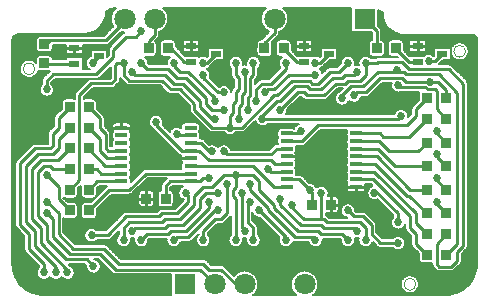
<source format=gbl>
G04 DipTrace 3.2.0.1*
G04 td_display_uBraidsII_bigtrans.GBL*
%MOIN*%
G04 #@! TF.FileFunction,Copper,L2,Bot*
G04 #@! TF.Part,Single*
%AMOUTLINE3*
4,1,40,
-0.015945,-0.01432,
-0.015885,-0.015013,
-0.015705,-0.015684,
-0.015411,-0.016314,
-0.015012,-0.016883,
-0.014521,-0.017374,
-0.013951,-0.017773,
-0.013322,-0.018067,
-0.012651,-0.018247,
-0.011958,-0.018307,
0.011958,-0.018307,
0.012651,-0.018247,
0.013322,-0.018067,
0.013951,-0.017773,
0.014521,-0.017374,
0.015012,-0.016883,
0.015411,-0.016314,
0.015705,-0.015684,
0.015885,-0.015013,
0.015945,-0.01432,
0.015945,0.01432,
0.015885,0.015013,
0.015705,0.015684,
0.015411,0.016314,
0.015012,0.016883,
0.014521,0.017374,
0.013951,0.017773,
0.013322,0.018067,
0.012651,0.018247,
0.011958,0.018307,
-0.011958,0.018307,
-0.012651,0.018247,
-0.013322,0.018067,
-0.013951,0.017773,
-0.014521,0.017374,
-0.015012,0.016883,
-0.015411,0.016314,
-0.015705,0.015684,
-0.015885,0.015013,
-0.015945,0.01432,
-0.015945,-0.01432,
0*%
%AMOUTLINE6*
4,1,40,
0.015945,0.01432,
0.015885,0.015013,
0.015705,0.015684,
0.015411,0.016314,
0.015012,0.016883,
0.014521,0.017374,
0.013951,0.017773,
0.013322,0.018067,
0.012651,0.018247,
0.011958,0.018307,
-0.011958,0.018307,
-0.012651,0.018247,
-0.013322,0.018067,
-0.013951,0.017773,
-0.014521,0.017374,
-0.015012,0.016883,
-0.015411,0.016314,
-0.015705,0.015684,
-0.015885,0.015013,
-0.015945,0.01432,
-0.015945,-0.01432,
-0.015885,-0.015013,
-0.015705,-0.015684,
-0.015411,-0.016314,
-0.015012,-0.016883,
-0.014521,-0.017374,
-0.013951,-0.017773,
-0.013322,-0.018067,
-0.012651,-0.018247,
-0.011958,-0.018307,
0.011958,-0.018307,
0.012651,-0.018247,
0.013322,-0.018067,
0.013951,-0.017773,
0.014521,-0.017374,
0.015012,-0.016883,
0.015411,-0.016314,
0.015705,-0.015684,
0.015885,-0.015013,
0.015945,-0.01432,
0.015945,0.01432,
0*%
%AMOUTLINE9*
4,1,40,
-0.01432,0.015945,
-0.015013,0.015885,
-0.015684,0.015705,
-0.016314,0.015411,
-0.016883,0.015012,
-0.017374,0.014521,
-0.017773,0.013951,
-0.018067,0.013322,
-0.018247,0.012651,
-0.018307,0.011958,
-0.018307,-0.011958,
-0.018247,-0.012651,
-0.018067,-0.013322,
-0.017773,-0.013951,
-0.017374,-0.014521,
-0.016883,-0.015012,
-0.016314,-0.015411,
-0.015684,-0.015705,
-0.015013,-0.015885,
-0.01432,-0.015945,
0.01432,-0.015945,
0.015013,-0.015885,
0.015684,-0.015705,
0.016314,-0.015411,
0.016883,-0.015012,
0.017374,-0.014521,
0.017773,-0.013951,
0.018067,-0.013322,
0.018247,-0.012651,
0.018307,-0.011958,
0.018307,0.011958,
0.018247,0.012651,
0.018067,0.013322,
0.017773,0.013951,
0.017374,0.014521,
0.016883,0.015012,
0.016314,0.015411,
0.015684,0.015705,
0.015013,0.015885,
0.01432,0.015945,
-0.01432,0.015945,
0*%
%AMOUTLINE12*
4,1,40,
0.01432,-0.015945,
0.015013,-0.015885,
0.015684,-0.015705,
0.016314,-0.015411,
0.016883,-0.015012,
0.017374,-0.014521,
0.017773,-0.013951,
0.018067,-0.013322,
0.018247,-0.012651,
0.018307,-0.011958,
0.018307,0.011958,
0.018247,0.012651,
0.018067,0.013322,
0.017773,0.013951,
0.017374,0.014521,
0.016883,0.015012,
0.016314,0.015411,
0.015684,0.015705,
0.015013,0.015885,
0.01432,0.015945,
-0.01432,0.015945,
-0.015013,0.015885,
-0.015684,0.015705,
-0.016314,0.015411,
-0.016883,0.015012,
-0.017374,0.014521,
-0.017773,0.013951,
-0.018067,0.013322,
-0.018247,0.012651,
-0.018307,0.011958,
-0.018307,-0.011958,
-0.018247,-0.012651,
-0.018067,-0.013322,
-0.017773,-0.013951,
-0.017374,-0.014521,
-0.016883,-0.015012,
-0.016314,-0.015411,
-0.015684,-0.015705,
-0.015013,-0.015885,
-0.01432,-0.015945,
0.01432,-0.015945,
0*%
%AMOUTLINE15*
4,1,40,
0.019094,-0.006299,
0.019367,-0.006276,
0.019633,-0.006205,
0.019882,-0.006088,
0.020106,-0.00593,
0.020301,-0.005736,
0.020458,-0.005512,
0.020575,-0.005262,
0.020646,-0.004997,
0.020669,-0.004724,
0.020669,0.004724,
0.020646,0.004997,
0.020575,0.005262,
0.020458,0.005512,
0.020301,0.005736,
0.020106,0.00593,
0.019882,0.006088,
0.019633,0.006205,
0.019367,0.006276,
0.019094,0.006299,
-0.019094,0.006299,
-0.019367,0.006276,
-0.019633,0.006205,
-0.019882,0.006088,
-0.020106,0.00593,
-0.020301,0.005736,
-0.020458,0.005512,
-0.020575,0.005262,
-0.020646,0.004997,
-0.020669,0.004724,
-0.020669,-0.004724,
-0.020646,-0.004997,
-0.020575,-0.005262,
-0.020458,-0.005512,
-0.020301,-0.005736,
-0.020106,-0.00593,
-0.019882,-0.006088,
-0.019633,-0.006205,
-0.019367,-0.006276,
-0.019094,-0.006299,
0.019094,-0.006299,
0*%
%AMOUTLINE18*
4,1,40,
-0.019094,0.006299,
-0.019367,0.006276,
-0.019633,0.006205,
-0.019882,0.006088,
-0.020106,0.00593,
-0.020301,0.005736,
-0.020458,0.005512,
-0.020575,0.005262,
-0.020646,0.004997,
-0.020669,0.004724,
-0.020669,-0.004724,
-0.020646,-0.004997,
-0.020575,-0.005262,
-0.020458,-0.005512,
-0.020301,-0.005736,
-0.020106,-0.00593,
-0.019882,-0.006088,
-0.019633,-0.006205,
-0.019367,-0.006276,
-0.019094,-0.006299,
0.019094,-0.006299,
0.019367,-0.006276,
0.019633,-0.006205,
0.019882,-0.006088,
0.020106,-0.00593,
0.020301,-0.005736,
0.020458,-0.005512,
0.020575,-0.005262,
0.020646,-0.004997,
0.020669,-0.004724,
0.020669,0.004724,
0.020646,0.004997,
0.020575,0.005262,
0.020458,0.005512,
0.020301,0.005736,
0.020106,0.00593,
0.019882,0.006088,
0.019633,0.006205,
0.019367,0.006276,
0.019094,0.006299,
-0.019094,0.006299,
0*%
G04 #@! TA.AperFunction,Conductor*
%ADD10C,0.009843*%
G04 #@! TA.AperFunction,CopperBalancing*
%ADD15C,0.005*%
%ADD16C,0.01*%
G04 #@! TA.AperFunction,Nonconductor*
%ADD17C,0.000013*%
G04 #@! TA.AperFunction,ComponentPad*
%ADD19R,0.070866X0.070866*%
%ADD20C,0.070866*%
%ADD22R,0.033465X0.019685*%
G04 #@! TA.AperFunction,ViaPad*
%ADD24C,0.027*%
%ADD40OUTLINE3*%
%ADD43OUTLINE6*%
%ADD46OUTLINE9*%
%ADD49OUTLINE12*%
%ADD52OUTLINE15*%
%ADD55OUTLINE18*%
%FSLAX26Y26*%
G04*
G70*
G90*
G75*
G01*
G04 Bottom*
%LPD*%
X1063291Y797543D2*
D10*
X1043606D1*
X1032780Y786717D1*
X1001283D1*
X1322150Y792622D2*
X1363488D1*
X1397937Y758173D1*
X1001283Y940260D2*
X959945D1*
X955024Y945181D1*
X1322150Y946165D2*
X1359551D1*
X1368409Y955024D1*
X1001283Y786717D2*
X934354D1*
X918016Y770378D1*
Y728646D1*
X1397937Y758173D2*
X1405417Y750693D1*
Y708961D1*
X1417622Y1142031D2*
X1329039D1*
X1279827Y1092819D1*
X1260142D1*
X1250299Y1082976D1*
X1853055Y1063291D2*
Y1091112D1*
X1825167Y1119000D1*
X1800807D1*
Y1118886D1*
X1800693Y1119000D2*
X1718634D1*
X1706134Y1131500D1*
X1633469D1*
X1584945Y1082976D1*
X1555417D1*
X1545575Y1073134D1*
X1043606Y1142031D2*
Y1132189D1*
X1092819Y1082976D1*
X1112504D1*
X696547Y1204680D2*
X675167Y1183299D1*
Y1181500D1*
X1085895Y1210929D2*
X1056368Y1181402D1*
X1043606D1*
X1462967Y1210929D2*
X1433439Y1181402D1*
X1417622D1*
X1840684Y1210929D2*
X1817152Y1187397D1*
X1794747D1*
X1693917Y1106500D2*
X1687667Y1100249D1*
X1784207D1*
X1791196Y1093261D1*
X1815168D1*
X1821165Y1087264D1*
Y1026283D1*
X1853055Y994394D1*
X777858Y590850D2*
Y630220D1*
X797543Y649906D1*
X905811D1*
X915654Y659748D1*
X964866D1*
X1014079Y708961D1*
Y738488D1*
X1043606Y768016D1*
X1073134D1*
X1112504Y807386D1*
X1151874D1*
X1525890Y590850D2*
X1506205Y610535D1*
X1437307D1*
X1427465Y620378D1*
X1358567D1*
X1279827Y699118D1*
Y708961D1*
X1230614Y758173D1*
Y787701D1*
X1210929Y807386D1*
X1151874D1*
X1853055Y915654D2*
X1821165Y947543D1*
Y955024D1*
X1151874Y807386D2*
Y768016D1*
X1142031Y758173D1*
Y738488D1*
X1151874Y728646D1*
Y590850D1*
X1853055Y836913D2*
X1821165Y868803D1*
Y876283D1*
X1614472Y748331D2*
Y758173D1*
X1693213Y679433D1*
Y649906D1*
X513687Y1244000D2*
X518917D1*
X531417Y1256500D1*
X718917D1*
X768917Y1306500D1*
Y1329039D1*
X781402D1*
X861678Y1230614D2*
Y1254985D1*
X881402Y1274709D1*
Y1329039D1*
X1247786Y1230614D2*
Y1247786D1*
X1281402Y1281402D1*
Y1329039D1*
X1621802Y1230614D2*
Y1288639D1*
X1581402Y1329039D1*
X1001283Y889079D2*
X1030811D1*
X1063291Y856598D1*
X1269984D1*
X1282780Y843803D1*
X1322150D1*
X886126Y984551D2*
Y974709D1*
X971756Y889079D1*
X1001283D1*
Y914669D2*
X1034748D1*
X1063291Y886126D1*
X1073134D1*
X1081402Y443213D2*
X1032189Y492425D1*
X751366D1*
X700881Y542911D1*
X599420D1*
X541638Y600693D1*
Y659748D1*
X521953Y679433D1*
X1260142Y827071D2*
X1269000Y818213D1*
X1322150D1*
Y894984D2*
X1288685D1*
X1269984Y876283D1*
X1122346D1*
X1112504Y886126D1*
X1181402Y443213D2*
X1151874D1*
X1102661Y492425D1*
X1063291D1*
X1043606Y512110D1*
X761361D1*
X711323Y562148D1*
X609710D1*
X561323Y610535D1*
Y679433D1*
X521953Y718803D1*
X836913Y590850D2*
X856598Y610535D1*
X925496D1*
X935339Y620378D1*
X984551D1*
X1063291Y699118D1*
Y718803D1*
X1210929Y590850D2*
Y630220D1*
X1191244Y649906D1*
Y708961D1*
X1201087Y718803D1*
X1584945Y590850D2*
Y630220D1*
X1565260Y649906D1*
X1456992D1*
X1447150Y659748D1*
X1437307D1*
X1378252D1*
X1329039Y708961D1*
X1338882D1*
X1437307Y659748D2*
Y748331D1*
X1853055Y758173D2*
X1821165Y790063D1*
Y797543D1*
X807386Y1151874D2*
X817228Y1142031D1*
X915654D1*
X945181Y1112504D1*
X974709D1*
X1033764Y1053449D1*
Y1033764D1*
X1073134Y994394D1*
X1082976D1*
X1181402Y1151874D2*
Y1082976D1*
X1171559Y1073134D1*
Y1043606D1*
X1161717Y1033764D1*
Y994394D1*
X1555417Y1151874D2*
X1545575Y1142031D1*
X1516047D1*
X1506205Y1132189D1*
X1476677D1*
X1437307Y1092819D1*
X1397937D1*
X1388094Y1102661D1*
X1348724D1*
X1299512Y1053449D1*
X1289669D1*
X1240457Y1004236D1*
Y994394D1*
X1853055Y679433D2*
X1821165Y711323D1*
Y718803D1*
X1240457Y994394D2*
X1693213D1*
X1703055Y1004236D1*
X836913Y1181402D2*
X856598Y1161717D1*
X925496D1*
X955024Y1132189D1*
X984551D1*
X1053449Y1063291D1*
Y1043606D1*
X1073134Y1023921D1*
X1112504D1*
X1210929Y1181402D2*
Y1142031D1*
X1201087Y1132189D1*
Y1073134D1*
X1191244Y1063291D1*
Y1023921D1*
X1853055Y610535D2*
X1821165Y578646D1*
Y512110D1*
X1831008Y502268D1*
X1870378D1*
X1890063Y521953D1*
Y551480D1*
X1909748Y571165D1*
Y1112504D1*
X1861602Y1160650D1*
X1730047D1*
X1706289Y1184408D1*
X1627322D1*
X1624315Y1181402D1*
X1584945D1*
Y1142031D1*
X1565260Y1122346D1*
X1525890D1*
X1516047Y1112504D1*
X1486520D1*
X1447150Y1073134D1*
X1388094D1*
X1378252Y1082976D1*
X1358567D1*
X1299512Y1023921D1*
X1319197Y1181402D2*
Y1161717D1*
X1269984Y1112504D1*
X1240457D1*
X1220772Y1092819D1*
Y1053449D1*
X945181Y1181402D2*
Y1171559D1*
X964866Y1151874D1*
X994394D1*
X1082976Y1063291D1*
Y1053449D1*
X1690322Y1158276D2*
X1684269Y1152223D1*
X1711923D1*
X1720398Y1143748D1*
X1828845D1*
X1890063Y1082530D1*
Y578646D1*
X1853055Y541638D1*
X1506205Y1063291D2*
Y1073134D1*
X1535732Y1102661D1*
X1575102D1*
X1624664Y1152223D1*
X1696374D1*
X1690322Y1158276D1*
X521953Y807386D2*
X561323Y768016D1*
Y726283D1*
X598331Y689276D1*
X521953Y1092819D2*
Y1121890D1*
X543984Y1143921D1*
X687719D1*
X743963Y1200165D1*
Y1225295D1*
X787668Y1269000D1*
X818917D1*
X837667Y1287749D1*
Y1287751D1*
X598331Y758173D2*
X630220Y790063D1*
Y1073924D1*
X668971Y1112675D1*
X737714D1*
X750213Y1125173D1*
Y1175168D1*
X756446Y1181402D1*
X777858D1*
X1525890D2*
X1496362Y1151874D1*
X1466835D1*
X1427465Y1112504D1*
X1407780D1*
X1397937Y1122346D1*
X1338882D1*
X1289669Y1073134D1*
X1279827D1*
X1171559Y964866D1*
X1132189D1*
Y1004236D1*
X1142031Y1014079D1*
Y1043606D1*
X1151874Y1053449D1*
Y1082976D1*
X1161717Y1092819D1*
Y1132189D1*
X1151874Y1142031D1*
Y1181402D1*
X777858D2*
Y1142031D1*
X797543Y1122346D1*
X905811D1*
X935339Y1092819D1*
X964866D1*
X1014079Y1043606D1*
Y1023921D1*
X1073134Y964866D1*
X1132189D1*
X1417622Y590850D2*
X1407780Y600693D1*
X1348724D1*
X1260142Y689276D1*
Y699118D1*
X1201087Y758173D1*
Y777858D1*
X671239Y607340D2*
X725450D1*
X787701Y669591D1*
X895969D1*
X905811Y679433D1*
X955024D1*
X994394Y718803D1*
Y738488D1*
X984551Y748331D1*
X1043606Y590850D2*
Y620378D1*
X1082976Y659748D1*
X1102661D1*
X1122346Y679433D1*
Y777858D1*
X598331Y827071D2*
X541638D1*
X531795Y836913D1*
X512110D1*
X492425Y817228D1*
Y669591D1*
X521953Y640063D1*
Y590850D1*
X586382Y526421D1*
X654512D1*
X677690Y503243D1*
X598331Y895969D2*
X558961Y856598D1*
X502268D1*
X472740Y827071D1*
Y659748D1*
X502268Y630220D1*
Y581008D1*
X590850Y492425D1*
Y482583D1*
X945181Y590850D2*
X955024Y600693D1*
X994394D1*
X1082976Y689276D1*
X1092819D1*
X1693213Y581008D2*
X1634157D1*
X1604630Y610535D1*
Y640063D1*
X1575102Y669591D1*
X1545575D1*
X1525890Y689276D1*
X598331Y964866D2*
X561323Y927858D1*
Y895969D1*
X541638Y876283D1*
X492425D1*
X453055Y836913D1*
Y649906D1*
X482583Y620378D1*
Y571165D1*
X551480Y502268D1*
Y482583D1*
X1319197Y590850D2*
Y600693D1*
X1230614Y689276D1*
X807386Y620378D2*
X817228Y630220D1*
X915654D1*
X925496Y640063D1*
X974709D1*
X1033764Y699118D1*
Y728646D1*
X1053449Y748331D1*
X1092819D1*
X1181402Y620378D2*
X1171559Y630220D1*
Y748331D1*
X1555417Y620378D2*
X1545575Y630220D1*
X1447150D1*
X1437307Y640063D1*
X1368409D1*
X1299512Y708961D1*
Y728646D1*
X598331Y1033764D2*
X561323Y996756D1*
Y964866D1*
X541638Y945181D1*
Y905811D1*
X531795Y895969D1*
X482583D1*
X433370Y846756D1*
Y640063D1*
X462898Y610535D1*
Y561323D1*
X512110Y512110D1*
Y482583D1*
X513687Y1180220D2*
X514821Y1179087D1*
X613870D1*
X925457Y1230614D2*
X935339D1*
X980617Y1185336D1*
X1003218D1*
X1311565Y1230614D2*
Y1228403D1*
X1354633Y1185336D1*
X1380290D1*
X1685581Y1230614D2*
Y1228403D1*
X1728648Y1185336D1*
X1758007D1*
X1322150Y920575D2*
X1373331D1*
X1427465Y974709D1*
X1722740D1*
X1752268Y1004236D1*
Y1026283D1*
X1789276Y1063291D1*
Y994394D2*
X1730220Y935339D1*
X1644000D1*
X1633173Y946165D1*
X1552465D1*
Y920575D2*
X1629236D1*
X1663685Y886126D1*
X1759748D1*
X1789276Y915654D1*
Y836913D2*
X1683370D1*
X1625299Y894984D1*
X1552465D1*
X1789276Y758173D2*
X1732583D1*
X1621362Y869394D1*
X1552465D1*
Y843803D2*
X1617425D1*
X1722740Y738488D1*
X1730220D1*
X1789276Y679433D1*
X1552465Y818213D2*
X1613488D1*
X1752268Y679433D1*
Y647543D1*
X1789276Y610535D1*
X1552465Y792622D2*
X1609551D1*
X1732583Y669591D1*
Y630220D1*
X1752268Y610535D1*
Y578646D1*
X1789276Y541638D1*
X1001283Y812307D2*
X851677D1*
X797543Y758173D1*
X731008D1*
X662110Y689276D1*
X770969Y786717D2*
X690654D1*
X662110Y758173D1*
X770969Y812307D2*
X704039D1*
X689276Y827071D1*
X662110D1*
X770969Y837898D2*
X717819D1*
X662110Y893606D1*
Y895969D1*
X770969Y863488D2*
X721756D1*
X699118Y886126D1*
Y927858D1*
X662110Y964866D1*
Y1033764D2*
X699118Y996756D1*
Y964866D1*
X718803Y945181D1*
Y895969D1*
X725693Y889079D1*
X770969D1*
X1001283Y837898D2*
X1042622D1*
X1043606Y836913D1*
X1210929D1*
X1280811Y767031D1*
X1322150D1*
D24*
X1368409Y955024D3*
X1397937Y758173D3*
X955024Y945181D3*
X1063291Y797543D3*
X1250299Y1082976D3*
X1545575Y1073134D3*
X1112504Y1082976D3*
X1043606Y1142031D3*
X1417622D3*
X1800807Y1118886D3*
X675167Y1181500D3*
X1043606Y1181402D3*
X1417622D3*
X1794747Y1187397D3*
X1693917Y1106500D3*
X777858Y590850D3*
X1151874D3*
X1525890D3*
X1151874Y807386D3*
X1821165Y955024D3*
X1693213Y649906D3*
X1821165Y876283D3*
X1614472Y748331D3*
X886126Y984551D3*
X1073134Y886126D3*
X1260142Y827071D3*
X521953Y679433D3*
Y718803D3*
X1112504Y886126D3*
X836913Y590850D3*
X1063291Y718803D3*
X1210929Y590850D3*
X1201087Y718803D3*
X1584945Y590850D3*
X1338882Y708961D3*
X1821165Y797543D3*
X1437307Y748331D3*
X807386Y1151874D3*
X1082976Y994394D3*
X1181402Y1151874D3*
X1161717Y994394D3*
X1555417Y1151874D3*
X1240457Y994394D3*
X1821165Y718803D3*
X1703055Y1004236D3*
X1112504Y1023921D3*
X1191244D3*
X1299512D3*
X836913Y1181402D3*
X1210929D3*
X1584945D3*
X1860535Y423528D3*
X1437307Y856598D3*
X748331Y1004236D3*
X886126Y876283D3*
Y777858D3*
X724472Y1309982D3*
X777858Y1004236D3*
X424575Y1196864D3*
X423528Y876283D3*
X482583Y1092819D3*
X423528Y1102661D3*
X433370Y462898D3*
X640063Y423528D3*
X758173Y443213D3*
X904598Y443818D3*
X1663685Y446613D3*
X1640196Y1305633D3*
X1151874Y915654D3*
X1191244D3*
X1269984Y925496D3*
X1230614Y915654D3*
X1929433Y462898D3*
X1427465Y1023921D3*
X1604630Y1033764D3*
X551480Y1053449D3*
X493917Y925249D3*
X1732583Y1053449D3*
X836913Y1004236D3*
X531795Y423528D3*
X1556070Y447713D3*
X1919591Y1171559D3*
X1941753Y1261109D3*
X450167Y1025249D3*
X423528Y600693D3*
X1939276Y1053449D3*
Y915654D3*
Y758173D3*
Y600693D3*
X945181Y1181402D3*
X1082976Y1053449D3*
X1319197Y1181402D3*
X1220772Y1053449D3*
X1506205Y1063291D3*
X1690322Y1158276D3*
X521953Y807386D3*
X837667Y1287751D3*
X521953Y1092819D3*
X777858Y1181402D3*
X1132189Y964866D3*
X1151874Y1181402D3*
X1525890D3*
X1417622Y590850D3*
X671239Y607340D3*
X984551Y748331D3*
X1043606Y590850D3*
X1122346Y777858D3*
X1201087D3*
X677690Y503243D3*
X590850Y482583D3*
X945181Y590850D3*
X1092819Y689276D3*
X1319197Y590850D3*
X1230614Y689276D3*
X1693213Y581008D3*
X1525890Y689276D3*
X551480Y482583D3*
X807386Y620378D3*
X1092819Y748331D3*
X1181402Y620378D3*
X1171559Y748331D3*
X1555417Y620378D3*
X1299512Y728646D3*
X512110Y482583D3*
X733591Y1360224D2*
D15*
X746907D1*
X915896D2*
X1246907D1*
X1315896D2*
X1534769D1*
X724519Y1355356D2*
X743011D1*
X919792D2*
X1243011D1*
X1319792D2*
X1534769D1*
X719021Y1350487D2*
X740062D1*
X922741D2*
X1240062D1*
X1322741D2*
X1534769D1*
X1628034D2*
X1637005D1*
X718757Y1345618D2*
X737854D1*
X924948D2*
X1237854D1*
X1324948D2*
X1534769D1*
X1628034D2*
X1640794D1*
X718493Y1340749D2*
X736282D1*
X926521D2*
X1236282D1*
X1326521D2*
X1534769D1*
X1628034D2*
X1641165D1*
X717409Y1335881D2*
X735276D1*
X927526D2*
X1235276D1*
X1327526D2*
X1534769D1*
X1628034D2*
X1641526D1*
X715817Y1331012D2*
X734808D1*
X927995D2*
X1234808D1*
X1327995D2*
X1534769D1*
X1628034D2*
X1643011D1*
X714216Y1326143D2*
X734856D1*
X927946D2*
X1234856D1*
X1327946D2*
X1534769D1*
X1628034D2*
X1644593D1*
X712624Y1321274D2*
X735423D1*
X927380D2*
X1235423D1*
X1327380D2*
X1534769D1*
X1628034D2*
X1646165D1*
X709987Y1316406D2*
X736536D1*
X926267D2*
X1236536D1*
X1326267D2*
X1534769D1*
X1628034D2*
X1648196D1*
X706794Y1311537D2*
X738216D1*
X924587D2*
X1238216D1*
X1324587D2*
X1534769D1*
X1628034D2*
X1651204D1*
X703610Y1306668D2*
X740560D1*
X922243D2*
X1240560D1*
X1322243D2*
X1534769D1*
X1628034D2*
X1654212D1*
X700036Y1301799D2*
X741624D1*
X919138D2*
X1243665D1*
X1319138D2*
X1534769D1*
X1631237D2*
X1657396D1*
X694587Y1296930D2*
X736751D1*
X915026D2*
X1247776D1*
X1315026D2*
X1534769D1*
X1635544D2*
X1662327D1*
X689128Y1292062D2*
X731888D1*
X909489D2*
X1253313D1*
X1309489D2*
X1534769D1*
X1637546D2*
X1667259D1*
X681989Y1287193D2*
X727015D1*
X901325D2*
X1261478D1*
X1301325D2*
X1534769D1*
X1637927D2*
X1673587D1*
X672321Y1282324D2*
X722151D1*
X767331D2*
X779017D1*
X897526D2*
X1259729D1*
X1297526D2*
X1605521D1*
X1637927D2*
X1681712D1*
X655310Y1277455D2*
X717278D1*
X762468D2*
X773528D1*
X897526D2*
X1254866D1*
X1297019D2*
X1605677D1*
X1637927D2*
X1693538D1*
X415310Y1272587D2*
X712415D1*
X757595D2*
X768665D1*
X897380D2*
X1249993D1*
X1294802D2*
X1605677D1*
X1637927D2*
X1945950D1*
X410632Y1267718D2*
X490081D1*
X752731D2*
X763792D1*
X895876D2*
X1245130D1*
X1290310D2*
X1605677D1*
X1637927D2*
X1951546D1*
X408679Y1262849D2*
X485901D1*
X747858D2*
X758929D1*
X892136D2*
X1240257D1*
X1285437D2*
X1605677D1*
X1637927D2*
X1954075D1*
X408005Y1257980D2*
X484319D1*
X742985D2*
X754056D1*
X887263D2*
X906263D1*
X944646D2*
X1228597D1*
X1280573D2*
X1292376D1*
X1330759D2*
X1602610D1*
X1640993D2*
X1666390D1*
X1704772D2*
X1954808D1*
X408005Y1253112D2*
X484183D1*
X738122D2*
X749192D1*
X886325D2*
X900813D1*
X950104D2*
X975286D1*
X1031149D2*
X1223147D1*
X1275700D2*
X1286927D1*
X1336208D2*
X1352356D1*
X1408220D2*
X1597161D1*
X1646442D2*
X1660940D1*
X1710222D2*
X1730071D1*
X1785935D2*
X1954808D1*
X408005Y1248243D2*
X484183D1*
X733249D2*
X744319D1*
X888435D2*
X898694D1*
X952214D2*
X975286D1*
X1031149D2*
X1221028D1*
X1274548D2*
X1284808D1*
X1338327D2*
X1352356D1*
X1408220D2*
X1595042D1*
X1648562D2*
X1658821D1*
X1712341D2*
X1730071D1*
X1785935D2*
X1887210D1*
X1909675D2*
X1954808D1*
X408005Y1243374D2*
X484183D1*
X727888D2*
X739446D1*
X888825D2*
X898313D1*
X952604D2*
X975286D1*
X1031149D2*
X1220638D1*
X1274929D2*
X1284417D1*
X1338708D2*
X1352356D1*
X1408220D2*
X1594661D1*
X1648942D2*
X1658440D1*
X1712722D2*
X1730071D1*
X1785935D2*
X1878802D1*
X1918083D2*
X1954808D1*
X408005Y1238505D2*
X484183D1*
X543190D2*
X585940D1*
X641804D2*
X734583D1*
X888825D2*
X898313D1*
X952604D2*
X975286D1*
X1031149D2*
X1220638D1*
X1274929D2*
X1284417D1*
X1338708D2*
X1352356D1*
X1408220D2*
X1594661D1*
X1648942D2*
X1658440D1*
X1712722D2*
X1730071D1*
X1785935D2*
X1873968D1*
X1922917D2*
X1954808D1*
X408005Y1233636D2*
X484183D1*
X543190D2*
X585940D1*
X641804D2*
X730257D1*
X888825D2*
X898313D1*
X954909D2*
X975286D1*
X1031149D2*
X1220638D1*
X1274929D2*
X1284417D1*
X1338708D2*
X1352356D1*
X1408220D2*
X1594661D1*
X1648942D2*
X1658440D1*
X1712722D2*
X1730071D1*
X1785935D2*
X1871116D1*
X1925769D2*
X1954808D1*
X408005Y1228768D2*
X484554D1*
X542819D2*
X585940D1*
X641804D2*
X728235D1*
X888825D2*
X898313D1*
X959772D2*
X975286D1*
X1031149D2*
X1057962D1*
X1113825D2*
X1220638D1*
X1274929D2*
X1284417D1*
X1338708D2*
X1352356D1*
X1408220D2*
X1435032D1*
X1490896D2*
X1594661D1*
X1648942D2*
X1658440D1*
X1712722D2*
X1730071D1*
X1785935D2*
X1812757D1*
X1927995D2*
X1954808D1*
X408005Y1223899D2*
X486653D1*
X540720D2*
X585940D1*
X641804D2*
X668616D1*
X724479D2*
X727845D1*
X888825D2*
X898313D1*
X964646D2*
X975286D1*
X1031149D2*
X1057962D1*
X1113825D2*
X1220638D1*
X1274929D2*
X1284417D1*
X1338708D2*
X1352356D1*
X1408220D2*
X1435032D1*
X1490896D2*
X1594661D1*
X1648942D2*
X1658440D1*
X1712722D2*
X1730071D1*
X1785935D2*
X1812757D1*
X1928825D2*
X1954808D1*
X408005Y1219030D2*
X492063D1*
X535310D2*
X585940D1*
X641804D2*
X668616D1*
X724479D2*
X727845D1*
X888825D2*
X898313D1*
X969519D2*
X975286D1*
X1031149D2*
X1057962D1*
X1113825D2*
X1220638D1*
X1274929D2*
X1284417D1*
X1343532D2*
X1352356D1*
X1408220D2*
X1435032D1*
X1490896D2*
X1594661D1*
X1648942D2*
X1658440D1*
X1717546D2*
X1730071D1*
X1785935D2*
X1812757D1*
X1929294D2*
X1954808D1*
X408005Y1214161D2*
X585940D1*
X641804D2*
X668616D1*
X724479D2*
X727845D1*
X888669D2*
X898470D1*
X974382D2*
X1057962D1*
X1113825D2*
X1220794D1*
X1274772D2*
X1284573D1*
X1348396D2*
X1435032D1*
X1490896D2*
X1594817D1*
X1648786D2*
X1658597D1*
X1722419D2*
X1812757D1*
X1928562D2*
X1954808D1*
X408005Y1209293D2*
X668616D1*
X724479D2*
X727845D1*
X887048D2*
X900091D1*
X979255D2*
X1057962D1*
X1113825D2*
X1222415D1*
X1273151D2*
X1286194D1*
X1353269D2*
X1435032D1*
X1490896D2*
X1596438D1*
X1647165D2*
X1660218D1*
X1727282D2*
X1783938D1*
X1805554D2*
X1812757D1*
X1927380D2*
X1954808D1*
X408005Y1204424D2*
X490774D1*
X536599D2*
X666907D1*
X882761D2*
X904368D1*
X1031149D2*
X1035647D1*
X1051560D2*
X1056800D1*
X1113825D2*
X1143919D1*
X1159831D2*
X1202972D1*
X1218884D2*
X1226702D1*
X1268874D2*
X1290481D1*
X1425583D2*
X1433870D1*
X1490896D2*
X1517933D1*
X1533845D2*
X1576985D1*
X1592897D2*
X1600716D1*
X1642888D2*
X1664495D1*
X1868620D2*
X1871974D1*
X1924899D2*
X1954808D1*
X408005Y1199555D2*
X486165D1*
X541208D2*
X585940D1*
X641804D2*
X658558D1*
X853415D2*
X928675D1*
X1113825D2*
X1135374D1*
X1168376D2*
X1194427D1*
X1227429D2*
X1302698D1*
X1490896D2*
X1509388D1*
X1542390D2*
X1568440D1*
X1601452D2*
X1623001D1*
X1868620D2*
X1875628D1*
X1921257D2*
X1954808D1*
X408005Y1194686D2*
X484397D1*
X641804D2*
X654378D1*
X857644D2*
X924456D1*
X1113825D2*
X1131146D1*
X1172604D2*
X1190198D1*
X1231657D2*
X1298470D1*
X1490896D2*
X1505159D1*
X1546618D2*
X1564222D1*
X1868620D2*
X1880999D1*
X1915876D2*
X1954808D1*
X408005Y1189818D2*
X451136D1*
X474655D2*
X484183D1*
X641804D2*
X651937D1*
X860104D2*
X921995D1*
X1087380D2*
X1128685D1*
X1175065D2*
X1187737D1*
X1234118D2*
X1296009D1*
X1464450D2*
X1502698D1*
X1549079D2*
X1561751D1*
X1842165D2*
X1894993D1*
X1901882D2*
X1954808D1*
X408005Y1184949D2*
X442991D1*
X641804D2*
X650716D1*
X861354D2*
X920745D1*
X1082507D2*
X1127435D1*
X1176315D2*
X1186487D1*
X1235368D2*
X1294759D1*
X1459577D2*
X1501448D1*
X1550329D2*
X1560511D1*
X1837292D2*
X1954808D1*
X408005Y1180080D2*
X438196D1*
X641804D2*
X650511D1*
X861579D2*
X920521D1*
X1077634D2*
X1127210D1*
X1176540D2*
X1186263D1*
X1235593D2*
X1294534D1*
X1454714D2*
X1501224D1*
X1550554D2*
X1560276D1*
X1832429D2*
X1954808D1*
X408005Y1175211D2*
X435433D1*
X641804D2*
X651302D1*
X1072771D2*
X1127981D1*
X1234821D2*
X1295306D1*
X1449841D2*
X1497112D1*
X1867761D2*
X1954808D1*
X408005Y1170343D2*
X433274D1*
X641804D2*
X653196D1*
X1067897D2*
X1129847D1*
X1232956D2*
X1297171D1*
X1444968D2*
X1492239D1*
X1874499D2*
X1954808D1*
X408005Y1165474D2*
X432464D1*
X641804D2*
X656536D1*
X1062321D2*
X1133157D1*
X1229646D2*
X1300364D1*
X1436345D2*
X1458646D1*
X1879372D2*
X1954808D1*
X408005Y1160605D2*
X432063D1*
X641804D2*
X662454D1*
X726999D2*
X734095D1*
X1059616D2*
X1135755D1*
X1227048D2*
X1295491D1*
X1433640D2*
X1452972D1*
X1884235D2*
X1954808D1*
X408005Y1155736D2*
X432815D1*
X722126D2*
X734095D1*
X1064050D2*
X1135755D1*
X1227048D2*
X1290628D1*
X1438063D2*
X1448108D1*
X1889108D2*
X1954808D1*
X408005Y1150867D2*
X434085D1*
X491706D2*
X528343D1*
X717253D2*
X734095D1*
X1066638D2*
X1135755D1*
X1227048D2*
X1285755D1*
X1440651D2*
X1443240D1*
X1893972D2*
X1954808D1*
X408005Y1145999D2*
X436565D1*
X489226D2*
X523470D1*
X712390D2*
X734095D1*
X1067976D2*
X1135755D1*
X1227048D2*
X1280892D1*
X1898845D2*
X1954808D1*
X408005Y1141130D2*
X440345D1*
X485446D2*
X518597D1*
X707517D2*
X734095D1*
X1068288D2*
X1135774D1*
X1227028D2*
X1276019D1*
X1903718D2*
X1954808D1*
X408005Y1136261D2*
X445950D1*
X479851D2*
X513733D1*
X702653D2*
X734095D1*
X1067604D2*
X1136858D1*
X1225944D2*
X1271146D1*
X1908581D2*
X1954808D1*
X408005Y1131392D2*
X461194D1*
X464603D2*
X509056D1*
X697546D2*
X733841D1*
X1066999D2*
X1139935D1*
X1222868D2*
X1266282D1*
X1913454D2*
X1954808D1*
X408005Y1126524D2*
X506536D1*
X549177D2*
X661243D1*
X766335D2*
X770774D1*
X1071862D2*
X1144788D1*
X1218015D2*
X1233069D1*
X1918317D2*
X1954808D1*
X408005Y1121655D2*
X505833D1*
X544313D2*
X655364D1*
X765935D2*
X775647D1*
X1076735D2*
X1145599D1*
X1217204D2*
X1227015D1*
X1922907D2*
X1954808D1*
X408005Y1116786D2*
X505833D1*
X539440D2*
X650491D1*
X763894D2*
X780511D1*
X1081599D2*
X1145599D1*
X1217204D2*
X1222151D1*
X1925271D2*
X1954808D1*
X408005Y1111917D2*
X505833D1*
X538073D2*
X645618D1*
X759548D2*
X785384D1*
X1086472D2*
X1145599D1*
X1636481D2*
X1669827D1*
X1925866D2*
X1954808D1*
X408005Y1107049D2*
X501878D1*
X542028D2*
X640755D1*
X754685D2*
X793880D1*
X1091335D2*
X1109524D1*
X1115490D2*
X1145599D1*
X1631608D2*
X1669222D1*
X1925866D2*
X1954808D1*
X408005Y1102180D2*
X499134D1*
X544772D2*
X635882D1*
X749812D2*
X903382D1*
X1127731D2*
X1145599D1*
X1626745D2*
X1669603D1*
X1925866D2*
X1954808D1*
X408005Y1097311D2*
X497669D1*
X546228D2*
X631019D1*
X741042D2*
X908255D1*
X1132497D2*
X1143616D1*
X1621872D2*
X1671028D1*
X1925866D2*
X1954808D1*
X408005Y1092442D2*
X497259D1*
X546647D2*
X626146D1*
X671335D2*
X913128D1*
X1135280D2*
X1138948D1*
X1489050D2*
X1502923D1*
X1616999D2*
X1673636D1*
X1925866D2*
X1954808D1*
X408005Y1087573D2*
X497825D1*
X546081D2*
X621282D1*
X666462D2*
X917991D1*
X1484177D2*
X1498050D1*
X1612136D2*
X1678040D1*
X1925866D2*
X1954808D1*
X408005Y1082705D2*
X499466D1*
X544440D2*
X616800D1*
X661589D2*
X922864D1*
X1479313D2*
X1491253D1*
X1607263D2*
X1689007D1*
X1698825D2*
X1763040D1*
X1925866D2*
X1954808D1*
X408005Y1077836D2*
X502444D1*
X541452D2*
X614593D1*
X656726D2*
X930423D1*
X1474440D2*
X1486360D1*
X1602399D2*
X1762132D1*
X1925866D2*
X1954808D1*
X408005Y1072967D2*
X507610D1*
X536296D2*
X614095D1*
X651853D2*
X962122D1*
X1469577D2*
X1483519D1*
X1597526D2*
X1762132D1*
X1925866D2*
X1954808D1*
X408005Y1068098D2*
X614095D1*
X646989D2*
X966995D1*
X1464704D2*
X1481985D1*
X1590202D2*
X1762132D1*
X1925866D2*
X1954808D1*
X408005Y1063230D2*
X614095D1*
X646345D2*
X971868D1*
X1361413D2*
X1375403D1*
X1459841D2*
X1481507D1*
X1568151D2*
X1762132D1*
X1925866D2*
X1954808D1*
X408005Y1058361D2*
X575403D1*
X685036D2*
X976731D1*
X1356540D2*
X1382513D1*
X1452731D2*
X1482015D1*
X1565241D2*
X1761751D1*
X1925866D2*
X1954808D1*
X408005Y1053492D2*
X572220D1*
X688220D2*
X981604D1*
X1351677D2*
X1483577D1*
X1560212D2*
X1756888D1*
X1925866D2*
X1954808D1*
X408005Y1048623D2*
X571204D1*
X689245D2*
X986468D1*
X1346804D2*
X1486458D1*
X1525954D2*
X1752015D1*
X1925866D2*
X1954808D1*
X408005Y1043755D2*
X571185D1*
X689255D2*
X991341D1*
X1341940D2*
X1491419D1*
X1520983D2*
X1747151D1*
X1925866D2*
X1954808D1*
X408005Y1038886D2*
X571185D1*
X689255D2*
X996204D1*
X1337067D2*
X1742278D1*
X1925866D2*
X1954808D1*
X408005Y1034017D2*
X571185D1*
X689255D2*
X997962D1*
X1332204D2*
X1738196D1*
X1925866D2*
X1954808D1*
X408005Y1029148D2*
X571126D1*
X689313D2*
X997962D1*
X1327331D2*
X1736409D1*
X1925866D2*
X1954808D1*
X408005Y1024280D2*
X566253D1*
X694187D2*
X997962D1*
X1324206D2*
X1688997D1*
X1717116D2*
X1736146D1*
X1925866D2*
X1954808D1*
X408005Y1019411D2*
X561390D1*
X699060D2*
X998626D1*
X1323786D2*
X1683704D1*
X1722409D2*
X1736146D1*
X1925866D2*
X1954808D1*
X408005Y1014542D2*
X556517D1*
X703923D2*
X1001087D1*
X1322321D2*
X1680657D1*
X1725446D2*
X1736146D1*
X1925866D2*
X1954808D1*
X408005Y1009673D2*
X551644D1*
X708796D2*
X1005735D1*
X1727136D2*
X1735110D1*
X1925866D2*
X1954808D1*
X408005Y1004804D2*
X547435D1*
X713005D2*
X872376D1*
X899870D2*
X1010608D1*
X1925866D2*
X1954808D1*
X408005Y999936D2*
X545530D1*
X714909D2*
X866946D1*
X905310D2*
X1015472D1*
X1925866D2*
X1954808D1*
X408005Y995067D2*
X545198D1*
X715241D2*
X863831D1*
X908425D2*
X1020345D1*
X1925866D2*
X1954808D1*
X408005Y990198D2*
X545198D1*
X715241D2*
X862093D1*
X910153D2*
X1025208D1*
X1925866D2*
X1954808D1*
X408005Y985329D2*
X545198D1*
X715241D2*
X861438D1*
X910817D2*
X1030081D1*
X1214616D2*
X1217522D1*
X1925866D2*
X1954808D1*
X408005Y980461D2*
X545198D1*
X715241D2*
X744104D1*
X797829D2*
X861771D1*
X910476D2*
X974417D1*
X1028151D2*
X1034944D1*
X1209743D2*
X1220169D1*
X1925866D2*
X1954808D1*
X408005Y975592D2*
X545198D1*
X715241D2*
X740179D1*
X801765D2*
X863147D1*
X909108D2*
X970491D1*
X1032077D2*
X1039817D1*
X1204880D2*
X1224720D1*
X1256188D2*
X1355159D1*
X1925866D2*
X1954808D1*
X408005Y970723D2*
X544583D1*
X715856D2*
X739104D1*
X802839D2*
X865765D1*
X912702D2*
X969417D1*
X1033151D2*
X1044681D1*
X1200007D2*
X1234925D1*
X1245993D2*
X1349495D1*
X1925866D2*
X1954808D1*
X408005Y965854D2*
X539720D1*
X720720D2*
X739095D1*
X802839D2*
X870257D1*
X917575D2*
X941946D1*
X1033151D2*
X1049554D1*
X1195144D2*
X1346272D1*
X1925866D2*
X1954808D1*
X408005Y960986D2*
X534847D1*
X725593D2*
X739104D1*
X802839D2*
X877259D1*
X922438D2*
X936194D1*
X1033151D2*
X1054427D1*
X1190271D2*
X1295579D1*
X1925866D2*
X1954808D1*
X408005Y956117D2*
X529983D1*
X730456D2*
X740169D1*
X801765D2*
X882122D1*
X927312D2*
X932933D1*
X1032077D2*
X1059290D1*
X1185397D2*
X1291458D1*
X1431462D2*
X1521771D1*
X1925866D2*
X1954808D1*
X408005Y951248D2*
X526741D1*
X733698D2*
X740813D1*
X801120D2*
X886995D1*
X1031433D2*
X1064983D1*
X1179714D2*
X1290286D1*
X1426599D2*
X1520599D1*
X1925866D2*
X1954808D1*
X408005Y946379D2*
X525560D1*
X734880D2*
X739183D1*
X802751D2*
X891868D1*
X1033073D2*
X1116077D1*
X1148308D2*
X1290276D1*
X1421726D2*
X1520599D1*
X1925866D2*
X1954808D1*
X408005Y941510D2*
X525521D1*
X734929D2*
X739095D1*
X802839D2*
X896731D1*
X1033151D2*
X1125354D1*
X1139030D2*
X1290276D1*
X1416862D2*
X1520599D1*
X1925866D2*
X1954808D1*
X408005Y936642D2*
X525521D1*
X734929D2*
X739095D1*
X802839D2*
X901604D1*
X1033151D2*
X1291263D1*
X1411989D2*
X1521575D1*
X1925866D2*
X1954808D1*
X408005Y931773D2*
X525521D1*
X734929D2*
X739690D1*
X802243D2*
X906468D1*
X1032565D2*
X1292132D1*
X1407116D2*
X1522444D1*
X1925866D2*
X1954808D1*
X408005Y926904D2*
X525521D1*
X734929D2*
X741663D1*
X800271D2*
X911341D1*
X1044958D2*
X1290384D1*
X1402253D2*
X1520706D1*
X1925866D2*
X1954808D1*
X408005Y922035D2*
X525521D1*
X734929D2*
X739388D1*
X802546D2*
X916204D1*
X1049978D2*
X1290276D1*
X1397380D2*
X1520599D1*
X1925866D2*
X1954808D1*
X408005Y917167D2*
X525521D1*
X734929D2*
X739095D1*
X802839D2*
X921077D1*
X1054841D2*
X1290276D1*
X1392517D2*
X1520599D1*
X1925866D2*
X1954808D1*
X408005Y912298D2*
X525521D1*
X734929D2*
X739095D1*
X802839D2*
X925940D1*
X1059714D2*
X1290804D1*
X1387644D2*
X1521126D1*
X1925866D2*
X1954808D1*
X408005Y907429D2*
X471468D1*
X734929D2*
X739358D1*
X802575D2*
X930813D1*
X1085114D2*
X1100521D1*
X1124489D2*
X1278743D1*
X1382272D2*
X1523333D1*
X1925866D2*
X1954808D1*
X408005Y902560D2*
X466585D1*
X800368D2*
X935687D1*
X1091394D2*
X1094235D1*
X1130769D2*
X1273665D1*
X1353679D2*
X1520931D1*
X1925866D2*
X1954808D1*
X408005Y897692D2*
X461712D1*
X802204D2*
X940550D1*
X1134265D2*
X1268802D1*
X1354021D2*
X1520599D1*
X1925866D2*
X1954808D1*
X408005Y892823D2*
X456849D1*
X802839D2*
X945423D1*
X1136257D2*
X1263929D1*
X1354021D2*
X1520599D1*
X1925866D2*
X1954808D1*
X408005Y887954D2*
X451976D1*
X802839D2*
X950286D1*
X1353796D2*
X1520813D1*
X1925866D2*
X1954808D1*
X408005Y883085D2*
X447112D1*
X802771D2*
X955159D1*
X1351696D2*
X1522913D1*
X1925866D2*
X1954808D1*
X408005Y878217D2*
X442239D1*
X801188D2*
X960022D1*
X1353317D2*
X1521302D1*
X1925866D2*
X1954808D1*
X408005Y873348D2*
X437366D1*
X801706D2*
X970550D1*
X1354021D2*
X1520599D1*
X1925866D2*
X1954808D1*
X408005Y868479D2*
X432503D1*
X802839D2*
X969417D1*
X1354021D2*
X1520599D1*
X1925866D2*
X1954808D1*
X408005Y863610D2*
X427630D1*
X802839D2*
X969417D1*
X1353972D2*
X1520647D1*
X1925866D2*
X1954808D1*
X408005Y858741D2*
X422767D1*
X802839D2*
X969417D1*
X1352487D2*
X1522122D1*
X1925866D2*
X1954808D1*
X408005Y853873D2*
X418968D1*
X801813D2*
X970433D1*
X1352790D2*
X1521829D1*
X1925866D2*
X1954808D1*
X408005Y849004D2*
X417415D1*
X801052D2*
X971204D1*
X1354011D2*
X1520608D1*
X1925866D2*
X1954808D1*
X408005Y844135D2*
X417249D1*
X802741D2*
X969515D1*
X1354021D2*
X1520599D1*
X1925866D2*
X1954808D1*
X408005Y839266D2*
X417249D1*
X802839D2*
X969417D1*
X1354021D2*
X1520599D1*
X1925866D2*
X1954808D1*
X408005Y834398D2*
X417249D1*
X802839D2*
X969417D1*
X1353093D2*
X1521526D1*
X1925866D2*
X1954808D1*
X408005Y829529D2*
X417249D1*
X802282D2*
X969974D1*
X1352097D2*
X1522522D1*
X1925866D2*
X1954808D1*
X408005Y824660D2*
X417249D1*
X800183D2*
X841614D1*
X1353894D2*
X1520716D1*
X1925866D2*
X1954808D1*
X408005Y819791D2*
X417249D1*
X802517D2*
X836565D1*
X1354021D2*
X1520599D1*
X1925866D2*
X1954808D1*
X408005Y814923D2*
X417249D1*
X802839D2*
X831702D1*
X1354021D2*
X1520599D1*
X1925866D2*
X1954808D1*
X408005Y810054D2*
X417249D1*
X802839D2*
X826829D1*
X1353522D2*
X1521087D1*
X1925866D2*
X1954808D1*
X408005Y805185D2*
X417249D1*
X802604D2*
X821966D1*
X1373269D2*
X1523421D1*
X1925866D2*
X1954808D1*
X408005Y800316D2*
X417249D1*
X800446D2*
X817093D1*
X1378386D2*
X1520960D1*
X1925866D2*
X1954808D1*
X408005Y795448D2*
X417249D1*
X802165D2*
X812229D1*
X857409D2*
X920491D1*
X1383259D2*
X1520599D1*
X1925866D2*
X1954808D1*
X408005Y790579D2*
X417249D1*
X802839D2*
X807356D1*
X852536D2*
X915628D1*
X1388122D2*
X1520599D1*
X1925866D2*
X1954808D1*
X408005Y785710D2*
X417249D1*
X847673D2*
X910755D1*
X1392995D2*
X1520794D1*
X1925866D2*
X1954808D1*
X408005Y780841D2*
X417249D1*
X842800D2*
X905921D1*
X1406911D2*
X1522835D1*
X1925866D2*
X1954808D1*
X408005Y775972D2*
X417249D1*
X837937D2*
X902933D1*
X1414831D2*
X1521341D1*
X1583591D2*
X1603606D1*
X1925866D2*
X1954808D1*
X408005Y771104D2*
X417249D1*
X833063D2*
X901907D1*
X1418894D2*
X1428616D1*
X1445993D2*
X1520599D1*
X1584333D2*
X1605208D1*
X1925866D2*
X1954808D1*
X408005Y766235D2*
X417249D1*
X628981D2*
X634964D1*
X692761D2*
X716478D1*
X828200D2*
X901897D1*
X936462D2*
X967767D1*
X1454089D2*
X1520599D1*
X1584333D2*
X1597688D1*
X1925866D2*
X1954808D1*
X408005Y761366D2*
X417249D1*
X625476D2*
X634964D1*
X689255D2*
X711604D1*
X823327D2*
X901897D1*
X934138D2*
X963665D1*
X1458200D2*
X1520638D1*
X1584294D2*
X1593587D1*
X1925866D2*
X1954808D1*
X408005Y756497D2*
X417249D1*
X625476D2*
X634964D1*
X689255D2*
X706741D1*
X818464D2*
X836087D1*
X872390D2*
X899866D1*
X936169D2*
X961272D1*
X1460583D2*
X1522054D1*
X1582868D2*
X1591194D1*
X1925866D2*
X1954808D1*
X408005Y751629D2*
X417249D1*
X625476D2*
X634964D1*
X689255D2*
X701868D1*
X813591D2*
X829935D1*
X878542D2*
X893714D1*
X942321D2*
X960081D1*
X1461784D2*
X1526819D1*
X1578112D2*
X1590003D1*
X1925866D2*
X1954808D1*
X408005Y746760D2*
X417249D1*
X625476D2*
X634964D1*
X689255D2*
X697005D1*
X808708D2*
X827601D1*
X880866D2*
X891380D1*
X944646D2*
X959905D1*
X1461960D2*
X1589827D1*
X1925866D2*
X1954808D1*
X408005Y741891D2*
X417249D1*
X625339D2*
X635101D1*
X689118D2*
X692132D1*
X737321D2*
X827093D1*
X881384D2*
X890872D1*
X945163D2*
X960726D1*
X1461130D2*
X1590647D1*
X1925866D2*
X1954808D1*
X408005Y737022D2*
X417249D1*
X623786D2*
X636653D1*
X732448D2*
X827093D1*
X881384D2*
X890872D1*
X945163D2*
X962659D1*
X1486843D2*
X1592581D1*
X1925866D2*
X1954808D1*
X408005Y732154D2*
X417249D1*
X619655D2*
X640784D1*
X727585D2*
X827093D1*
X881384D2*
X890872D1*
X945163D2*
X966058D1*
X1493347D2*
X1595970D1*
X1925866D2*
X1954808D1*
X408005Y727285D2*
X417249D1*
X582917D2*
X677532D1*
X722712D2*
X827093D1*
X881384D2*
X890872D1*
X945163D2*
X972103D1*
X1495769D2*
X1602024D1*
X1925866D2*
X1954808D1*
X408005Y722416D2*
X417249D1*
X587780D2*
X672659D1*
X717839D2*
X827093D1*
X881384D2*
X890872D1*
X945163D2*
X975413D1*
X1496345D2*
X1627640D1*
X1925866D2*
X1954808D1*
X408005Y717547D2*
X417249D1*
X615368D2*
X645071D1*
X712976D2*
X827093D1*
X881384D2*
X890872D1*
X945163D2*
X970550D1*
X1496345D2*
X1632503D1*
X1925866D2*
X1954808D1*
X408005Y712678D2*
X417249D1*
X622331D2*
X638118D1*
X708103D2*
X827190D1*
X881276D2*
X890970D1*
X945056D2*
X965677D1*
X1496345D2*
X1519231D1*
X1532546D2*
X1637376D1*
X1925866D2*
X1954808D1*
X408005Y707810D2*
X417249D1*
X624851D2*
X635589D1*
X703239D2*
X828626D1*
X879841D2*
X892405D1*
X943620D2*
X960804D1*
X1496345D2*
X1509827D1*
X1541950D2*
X1642239D1*
X1925866D2*
X1954808D1*
X408005Y702941D2*
X417249D1*
X625476D2*
X634964D1*
X698366D2*
X832503D1*
X875974D2*
X896282D1*
X939753D2*
X955940D1*
X1496345D2*
X1505413D1*
X1546364D2*
X1647112D1*
X1925866D2*
X1954808D1*
X408005Y698072D2*
X417249D1*
X625476D2*
X634964D1*
X693503D2*
X951067D1*
X1496345D2*
X1502845D1*
X1548933D2*
X1651985D1*
X1925866D2*
X1954808D1*
X408005Y693203D2*
X417249D1*
X625476D2*
X634964D1*
X689255D2*
X897933D1*
X1496257D2*
X1501507D1*
X1550271D2*
X1656849D1*
X1925866D2*
X1954808D1*
X408005Y688335D2*
X417249D1*
X625476D2*
X634964D1*
X689255D2*
X892122D1*
X1494899D2*
X1501204D1*
X1550573D2*
X1661722D1*
X1925866D2*
X1954808D1*
X408005Y683466D2*
X417249D1*
X625476D2*
X634964D1*
X689255D2*
X780022D1*
X1491188D2*
X1501897D1*
X1582780D2*
X1666585D1*
X1925866D2*
X1954808D1*
X408005Y678597D2*
X417249D1*
X625476D2*
X634964D1*
X689255D2*
X774114D1*
X1453425D2*
X1503675D1*
X1588688D2*
X1671458D1*
X1925866D2*
X1954808D1*
X408005Y673728D2*
X417249D1*
X625407D2*
X635032D1*
X689187D2*
X769251D1*
X1207370D2*
X1211565D1*
X1454616D2*
X1506849D1*
X1593552D2*
X1676321D1*
X1925866D2*
X1954808D1*
X408005Y668860D2*
X417249D1*
X624138D2*
X636302D1*
X687917D2*
X764378D1*
X1207370D2*
X1217122D1*
X1460632D2*
X1512396D1*
X1598425D2*
X1677093D1*
X1925866D2*
X1954808D1*
X408005Y663991D2*
X417249D1*
X620554D2*
X639886D1*
X684333D2*
X759505D1*
X1129499D2*
X1135755D1*
X1207370D2*
X1233304D1*
X1603298D2*
X1673030D1*
X1925866D2*
X1954808D1*
X408005Y659122D2*
X417249D1*
X577448D2*
X754642D1*
X1124626D2*
X1135755D1*
X1207370D2*
X1238177D1*
X1608161D2*
X1670335D1*
X1925866D2*
X1954808D1*
X408005Y654253D2*
X417249D1*
X577448D2*
X749769D1*
X1119763D2*
X1135755D1*
X1209489D2*
X1243040D1*
X1613034D2*
X1668909D1*
X1925866D2*
X1954808D1*
X408005Y649385D2*
X417249D1*
X577448D2*
X744905D1*
X1114890D2*
X1135755D1*
X1214353D2*
X1247913D1*
X1617663D2*
X1668519D1*
X1925866D2*
X1954808D1*
X408005Y644516D2*
X417249D1*
X577448D2*
X740032D1*
X1106628D2*
X1135755D1*
X1219226D2*
X1252786D1*
X1620104D2*
X1669124D1*
X1925866D2*
X1954808D1*
X408005Y639647D2*
X417259D1*
X577448D2*
X735169D1*
X1085466D2*
X1135755D1*
X1223884D2*
X1257649D1*
X1620749D2*
X1670794D1*
X1925866D2*
X1954808D1*
X408005Y634778D2*
X418167D1*
X577448D2*
X730296D1*
X1080603D2*
X1135755D1*
X1226374D2*
X1262522D1*
X1620749D2*
X1673821D1*
X1712604D2*
X1716458D1*
X1925866D2*
X1954808D1*
X408005Y629909D2*
X420999D1*
X577448D2*
X662005D1*
X680476D2*
X725433D1*
X1075729D2*
X1135755D1*
X1227048D2*
X1267386D1*
X1620749D2*
X1679085D1*
X1707341D2*
X1716468D1*
X1925866D2*
X1954808D1*
X408005Y625041D2*
X425804D1*
X577448D2*
X654241D1*
X688239D2*
X720560D1*
X1070856D2*
X1135755D1*
X1227048D2*
X1272259D1*
X1620749D2*
X1717347D1*
X1925866D2*
X1954808D1*
X408005Y620172D2*
X430667D1*
X577448D2*
X650218D1*
X1065993D2*
X1135755D1*
X1227048D2*
X1277122D1*
X1620749D2*
X1720120D1*
X1925866D2*
X1954808D1*
X408005Y615303D2*
X435540D1*
X579147D2*
X647884D1*
X756003D2*
X761741D1*
X1061120D2*
X1135755D1*
X1227048D2*
X1281995D1*
X1622458D2*
X1724905D1*
X1925866D2*
X1954808D1*
X408005Y610434D2*
X440403D1*
X584021D2*
X646741D1*
X751140D2*
X761741D1*
X1059724D2*
X1135755D1*
X1227048D2*
X1286868D1*
X1627321D2*
X1729778D1*
X1925866D2*
X1954808D1*
X408005Y605566D2*
X445276D1*
X588884D2*
X646604D1*
X746267D2*
X758147D1*
X1063317D2*
X1132161D1*
X1230642D2*
X1291731D1*
X1632194D2*
X1734642D1*
X1925866D2*
X1954808D1*
X408005Y600697D2*
X446780D1*
X593757D2*
X647464D1*
X741403D2*
X755257D1*
X1016989D2*
X1020999D1*
X1066208D2*
X1129271D1*
X1233532D2*
X1296595D1*
X1637058D2*
X1678646D1*
X1707780D2*
X1736146D1*
X1925866D2*
X1954808D1*
X408005Y595828D2*
X446780D1*
X598620D2*
X649456D1*
X736511D2*
X753675D1*
X802038D2*
X812728D1*
X1012116D2*
X1019427D1*
X1067790D2*
X1127688D1*
X1176052D2*
X1186751D1*
X1235114D2*
X1295013D1*
X1550075D2*
X1560765D1*
X1712849D2*
X1736146D1*
X1925866D2*
X1954808D1*
X408005Y590959D2*
X446780D1*
X603493D2*
X652923D1*
X689548D2*
X753157D1*
X802556D2*
X812210D1*
X861608D2*
X920481D1*
X1007253D2*
X1018909D1*
X1068308D2*
X1127171D1*
X1176569D2*
X1186233D1*
X1235632D2*
X1294495D1*
X1442321D2*
X1501194D1*
X1550593D2*
X1560247D1*
X1715769D2*
X1736146D1*
X1925866D2*
X1954808D1*
X408005Y586091D2*
X446780D1*
X608356D2*
X659163D1*
X683317D2*
X753636D1*
X802087D2*
X812688D1*
X861140D2*
X920950D1*
X1000446D2*
X1019378D1*
X1067829D2*
X1127649D1*
X1176101D2*
X1186702D1*
X1235153D2*
X1294974D1*
X1441853D2*
X1501663D1*
X1550114D2*
X1560716D1*
X1717370D2*
X1736146D1*
X1925866D2*
X1954808D1*
X408005Y581222D2*
X446780D1*
X613229D2*
X755159D1*
X800563D2*
X814212D1*
X859616D2*
X922483D1*
X967888D2*
X1020901D1*
X1066306D2*
X1129173D1*
X1174577D2*
X1188226D1*
X1233630D2*
X1296497D1*
X1341901D2*
X1394925D1*
X1440319D2*
X1503187D1*
X1548591D2*
X1562239D1*
X1607644D2*
X1611351D1*
X1717907D2*
X1736146D1*
X1925866D2*
X1954808D1*
X408005Y576353D2*
X446780D1*
X718327D2*
X757981D1*
X797731D2*
X817034D1*
X856794D2*
X925306D1*
X965056D2*
X1023733D1*
X1063483D2*
X1131995D1*
X1171755D2*
X1191048D1*
X1230808D2*
X1299319D1*
X1339069D2*
X1397747D1*
X1437497D2*
X1506009D1*
X1545769D2*
X1565071D1*
X1604821D2*
X1616224D1*
X1717458D2*
X1736312D1*
X1925866D2*
X1954808D1*
X408005Y571484D2*
X446780D1*
X724577D2*
X762845D1*
X792868D2*
X821897D1*
X851921D2*
X930169D1*
X960192D2*
X1028597D1*
X1058620D2*
X1136858D1*
X1166882D2*
X1195921D1*
X1225944D2*
X1304183D1*
X1334206D2*
X1402610D1*
X1432634D2*
X1510882D1*
X1540905D2*
X1569935D1*
X1599958D2*
X1621087D1*
X1715964D2*
X1737884D1*
X1925866D2*
X1954808D1*
X408005Y566615D2*
X446780D1*
X729450D2*
X1627581D1*
X1713171D2*
X1741702D1*
X1925192D2*
X1954808D1*
X408005Y561747D2*
X446780D1*
X734313D2*
X1678060D1*
X1708366D2*
X1746575D1*
X1922712D2*
X1954808D1*
X408005Y556878D2*
X447425D1*
X739187D2*
X1690872D1*
X1695554D2*
X1751448D1*
X1918054D2*
X1954808D1*
X408005Y552009D2*
X449856D1*
X744050D2*
X1756312D1*
X1913181D2*
X1954808D1*
X408005Y547140D2*
X454485D1*
X748923D2*
X1761185D1*
X1908317D2*
X1954808D1*
X408005Y542272D2*
X459358D1*
X753796D2*
X1762132D1*
X1906188D2*
X1954808D1*
X408005Y537403D2*
X464222D1*
X758659D2*
X1762132D1*
X1906188D2*
X1954808D1*
X408005Y532534D2*
X469095D1*
X763532D2*
X1762132D1*
X1906188D2*
X1954808D1*
X408005Y527665D2*
X473968D1*
X1045544D2*
X1762132D1*
X1906188D2*
X1954808D1*
X408005Y522797D2*
X478831D1*
X692448D2*
X698401D1*
X1055515D2*
X1762845D1*
X1906188D2*
X1954808D1*
X408005Y517928D2*
X483704D1*
X697429D2*
X703274D1*
X1060378D2*
X1765521D1*
X1905661D2*
X1954808D1*
X408005Y513059D2*
X488567D1*
X700310D2*
X708138D1*
X1065251D2*
X1773343D1*
X1903405D2*
X1954808D1*
X408220Y508190D2*
X493440D1*
X597673D2*
X650149D1*
X701882D2*
X713011D1*
X1070114D2*
X1805540D1*
X1898894D2*
X1954583D1*
X408483Y503322D2*
X495989D1*
X603825D2*
X652991D1*
X702390D2*
X717874D1*
X1114353D2*
X1807747D1*
X1894021D2*
X1954319D1*
X409021Y498453D2*
X493343D1*
X609616D2*
X653470D1*
X701911D2*
X722747D1*
X1119226D2*
X1812229D1*
X1889157D2*
X1953782D1*
X409792Y493584D2*
X490052D1*
X612907D2*
X655003D1*
X700378D2*
X727620D1*
X1124099D2*
X1817103D1*
X1884284D2*
X1953011D1*
X410749Y488715D2*
X488196D1*
X614763D2*
X657835D1*
X697546D2*
X732483D1*
X1128962D2*
X1173304D1*
X1189499D2*
X1373304D1*
X1389499D2*
X1822737D1*
X1878649D2*
X1952054D1*
X412048Y483846D2*
X487444D1*
X615515D2*
X662718D1*
X692663D2*
X737356D1*
X1133835D2*
X1159056D1*
X1203747D2*
X1359056D1*
X1403747D2*
X1950755D1*
X413454Y478978D2*
X487679D1*
X615280D2*
X742913D1*
X1138698D2*
X1151761D1*
X1211042D2*
X1351761D1*
X1411042D2*
X1949349D1*
X415319Y474109D2*
X488938D1*
X614021D2*
X934769D1*
X1143571D2*
X1146645D1*
X1216159D2*
X1346644D1*
X1416159D2*
X1947483D1*
X417233Y469240D2*
X491419D1*
X611540D2*
X934769D1*
X1219987D2*
X1342815D1*
X1419987D2*
X1716751D1*
X1748415D2*
X1945569D1*
X419714Y464371D2*
X495677D1*
X528552D2*
X535042D1*
X567917D2*
X574417D1*
X607292D2*
X934769D1*
X1222897D2*
X1339905D1*
X1422897D2*
X1710608D1*
X1754558D2*
X1943089D1*
X422233Y459503D2*
X504329D1*
X519890D2*
X543704D1*
X559255D2*
X583069D1*
X598630D2*
X934769D1*
X1225065D2*
X1337737D1*
X1425065D2*
X1706546D1*
X1758620D2*
X1940569D1*
X425397Y454634D2*
X934769D1*
X1226599D2*
X1336204D1*
X1426599D2*
X1704065D1*
X1761101D2*
X1937405D1*
X428698Y449765D2*
X934769D1*
X1227565D2*
X1335237D1*
X1427565D2*
X1702591D1*
X1762565D2*
X1934104D1*
X432634Y444896D2*
X934769D1*
X1228005D2*
X1334798D1*
X1428005D2*
X1701829D1*
X1763337D2*
X1930169D1*
X436979Y440028D2*
X934769D1*
X1227927D2*
X1334876D1*
X1427927D2*
X1702063D1*
X1763103D2*
X1925823D1*
X441853Y435159D2*
X934769D1*
X1227331D2*
X1335481D1*
X1427331D2*
X1702835D1*
X1762331D2*
X1920950D1*
X447683Y430290D2*
X934769D1*
X1226188D2*
X1336614D1*
X1426188D2*
X1704827D1*
X1760339D2*
X1915120D1*
X454323Y425421D2*
X934769D1*
X1224470D2*
X1338333D1*
X1424470D2*
X1707444D1*
X1757722D2*
X1908479D1*
X462233Y420552D2*
X934769D1*
X1222087D2*
X1340716D1*
X1422087D2*
X1712103D1*
X1753063D2*
X1900569D1*
X472360Y415684D2*
X934769D1*
X1218923D2*
X1343880D1*
X1418923D2*
X1719700D1*
X1745466D2*
X1890442D1*
X487097Y410815D2*
X934769D1*
X1214743D2*
X1348060D1*
X1414743D2*
X1875706D1*
X1495742Y724889D2*
X1495842Y722781D1*
X1495830Y694139D1*
X1495608Y692028D1*
X1495096Y690026D1*
X1494304Y688122D1*
X1493575Y686810D1*
X1492362Y685148D1*
X1490922Y683675D1*
X1489287Y682424D1*
X1488001Y681651D1*
X1486119Y680817D1*
X1484133Y680261D1*
X1482084Y679994D1*
X1477655Y679953D1*
X1456737Y679965D1*
X1454627Y680187D1*
X1453103Y680559D1*
X1452928Y678331D1*
Y674258D1*
X1454242Y673667D1*
X1456332Y672386D1*
X1458199Y670790D1*
X1463464Y665525D1*
X1521240Y665527D1*
X1518412Y666260D1*
X1516629Y666918D1*
X1514903Y667713D1*
X1513245Y668642D1*
X1511665Y669697D1*
X1510173Y670874D1*
X1508778Y672164D1*
X1507488Y673559D1*
X1506312Y675051D1*
X1505256Y676631D1*
X1504327Y678289D1*
X1503532Y680015D1*
X1502874Y681797D1*
X1502358Y683626D1*
X1501988Y685490D1*
X1501764Y687377D1*
X1501690Y689276D1*
X1501764Y691174D1*
X1501988Y693061D1*
X1502358Y694925D1*
X1502874Y696754D1*
X1503532Y698537D1*
X1504327Y700262D1*
X1505256Y701920D1*
X1506312Y703500D1*
X1507488Y704992D1*
X1508778Y706388D1*
X1510173Y707677D1*
X1511665Y708854D1*
X1513245Y709909D1*
X1514903Y710838D1*
X1516629Y711633D1*
X1518412Y712291D1*
X1520240Y712807D1*
X1522104Y713178D1*
X1523991Y713401D1*
X1525890Y713476D1*
X1527788Y713401D1*
X1529675Y713178D1*
X1531539Y712807D1*
X1533368Y712291D1*
X1535151Y711633D1*
X1536876Y710838D1*
X1538534Y709909D1*
X1540114Y708854D1*
X1541606Y707677D1*
X1543002Y706388D1*
X1544292Y704992D1*
X1545468Y703500D1*
X1546524Y701920D1*
X1547452Y700262D1*
X1548248Y698537D1*
X1548905Y696754D1*
X1549421Y694925D1*
X1549792Y693061D1*
X1550015Y691174D1*
X1550090Y689276D1*
X1550000Y687252D1*
X1552052Y685206D1*
X1576328Y685164D1*
X1578749Y684780D1*
X1581080Y684023D1*
X1583264Y682910D1*
X1585248Y681469D1*
X1589684Y677101D1*
X1616508Y650208D1*
X1617949Y648225D1*
X1619062Y646041D1*
X1619820Y643710D1*
X1620203Y641289D1*
X1620251Y635063D1*
Y617006D1*
X1640625Y596632D1*
X1674734Y596629D1*
X1676101Y598120D1*
X1677496Y599410D1*
X1678988Y600586D1*
X1680568Y601642D1*
X1682226Y602570D1*
X1683952Y603366D1*
X1685734Y604023D1*
X1687563Y604539D1*
X1689427Y604910D1*
X1691314Y605133D1*
X1693213Y605208D1*
X1695111Y605133D1*
X1696998Y604910D1*
X1698862Y604539D1*
X1700691Y604023D1*
X1702474Y603366D1*
X1704199Y602570D1*
X1705857Y601642D1*
X1707437Y600586D1*
X1708929Y599410D1*
X1710325Y598120D1*
X1711614Y596725D1*
X1712791Y595232D1*
X1713846Y593652D1*
X1714775Y591994D1*
X1715570Y590269D1*
X1716228Y588486D1*
X1716744Y586657D1*
X1717115Y584794D1*
X1717338Y582907D1*
X1717413Y581008D1*
X1717338Y579109D1*
X1717115Y577222D1*
X1716744Y575358D1*
X1716228Y573530D1*
X1715570Y571747D1*
X1714775Y570021D1*
X1713846Y568363D1*
X1712791Y566783D1*
X1711614Y565291D1*
X1710325Y563896D1*
X1708929Y562606D1*
X1707437Y561430D1*
X1705857Y560374D1*
X1704199Y559446D1*
X1702474Y558650D1*
X1700691Y557992D1*
X1698862Y557477D1*
X1696998Y557106D1*
X1695111Y556882D1*
X1693213Y556808D1*
X1691314Y556882D1*
X1689427Y557106D1*
X1687563Y557477D1*
X1685734Y557992D1*
X1683952Y558650D1*
X1682226Y559446D1*
X1680568Y560374D1*
X1678988Y561430D1*
X1677496Y562606D1*
X1676101Y563896D1*
X1674733Y565390D1*
X1632932Y565435D1*
X1630511Y565818D1*
X1628179Y566576D1*
X1625995Y567689D1*
X1624012Y569129D1*
X1619576Y573497D1*
X1608355Y584719D1*
X1607303Y581589D1*
X1606507Y579864D1*
X1605579Y578206D1*
X1604523Y576626D1*
X1603347Y575134D1*
X1602057Y573738D1*
X1600662Y572449D1*
X1599169Y571272D1*
X1597589Y570217D1*
X1595931Y569288D1*
X1594206Y568493D1*
X1592423Y567835D1*
X1590594Y567319D1*
X1588731Y566948D1*
X1586844Y566725D1*
X1584945Y566650D1*
X1583046Y566725D1*
X1581159Y566948D1*
X1579296Y567319D1*
X1577467Y567835D1*
X1575684Y568493D1*
X1573958Y569288D1*
X1572300Y570217D1*
X1570720Y571272D1*
X1569228Y572449D1*
X1567833Y573738D1*
X1566543Y575134D1*
X1565367Y576626D1*
X1564311Y578206D1*
X1563383Y579864D1*
X1562587Y581589D1*
X1561929Y583372D1*
X1561414Y585201D1*
X1561043Y587065D1*
X1560819Y588952D1*
X1560745Y590850D1*
X1560819Y592749D1*
X1561043Y594636D1*
X1561544Y596964D1*
X1559203Y596476D1*
X1557316Y596253D1*
X1555417Y596178D1*
X1553519Y596253D1*
X1551632Y596476D1*
X1549304Y596978D1*
X1549792Y594636D1*
X1550015Y592749D1*
X1550090Y590850D1*
X1550015Y588952D1*
X1549792Y587065D1*
X1549421Y585201D1*
X1548905Y583372D1*
X1548248Y581589D1*
X1547452Y579864D1*
X1546524Y578206D1*
X1545468Y576626D1*
X1544292Y575134D1*
X1543002Y573738D1*
X1541606Y572449D1*
X1540114Y571272D1*
X1538534Y570217D1*
X1536876Y569288D1*
X1535151Y568493D1*
X1533368Y567835D1*
X1531539Y567319D1*
X1529675Y566948D1*
X1527788Y566725D1*
X1525890Y566650D1*
X1523991Y566725D1*
X1522104Y566948D1*
X1520240Y567319D1*
X1518412Y567835D1*
X1516629Y568493D1*
X1514903Y569288D1*
X1513245Y570217D1*
X1511665Y571272D1*
X1510173Y572449D1*
X1508778Y573738D1*
X1507488Y575134D1*
X1506312Y576626D1*
X1505256Y578206D1*
X1504327Y579864D1*
X1503532Y581589D1*
X1502874Y583372D1*
X1502358Y585201D1*
X1501988Y587065D1*
X1501764Y588952D1*
X1501690Y590850D1*
X1501779Y592874D1*
X1499728Y594920D1*
X1441488Y594914D1*
X1441747Y592749D1*
X1441822Y590850D1*
X1441747Y588952D1*
X1441524Y587065D1*
X1441153Y585201D1*
X1440638Y583372D1*
X1439980Y581589D1*
X1439184Y579864D1*
X1438256Y578206D1*
X1437200Y576626D1*
X1436024Y575134D1*
X1434734Y573738D1*
X1433339Y572449D1*
X1431846Y571272D1*
X1430267Y570217D1*
X1428609Y569288D1*
X1426883Y568493D1*
X1425100Y567835D1*
X1423271Y567319D1*
X1421408Y566948D1*
X1419521Y566725D1*
X1417622Y566650D1*
X1415723Y566725D1*
X1413836Y566948D1*
X1411973Y567319D1*
X1410144Y567835D1*
X1408361Y568493D1*
X1406635Y569288D1*
X1404978Y570217D1*
X1403398Y571272D1*
X1401905Y572449D1*
X1400510Y573738D1*
X1399220Y575134D1*
X1398044Y576626D1*
X1396988Y578206D1*
X1396060Y579864D1*
X1395264Y581589D1*
X1394606Y583372D1*
X1394129Y585065D1*
X1348724Y585072D1*
X1346281Y585264D1*
X1343893Y585838D1*
X1342728Y585201D1*
X1342212Y583372D1*
X1341555Y581589D1*
X1340759Y579864D1*
X1339831Y578206D1*
X1338775Y576626D1*
X1337599Y575134D1*
X1336309Y573738D1*
X1334913Y572449D1*
X1333421Y571272D1*
X1331841Y570217D1*
X1330183Y569288D1*
X1328458Y568493D1*
X1326675Y567835D1*
X1324846Y567319D1*
X1322983Y566948D1*
X1321096Y566725D1*
X1319197Y566650D1*
X1317298Y566725D1*
X1315411Y566948D1*
X1313547Y567319D1*
X1311719Y567835D1*
X1309936Y568493D1*
X1308210Y569288D1*
X1306552Y570217D1*
X1304972Y571272D1*
X1303480Y572449D1*
X1302085Y573738D1*
X1300795Y575134D1*
X1299619Y576626D1*
X1298563Y578206D1*
X1297634Y579864D1*
X1296839Y581589D1*
X1296181Y583372D1*
X1295665Y585201D1*
X1295295Y587065D1*
X1295071Y588952D1*
X1294997Y590850D1*
X1295071Y592749D1*
X1295295Y594636D1*
X1295665Y596500D1*
X1296181Y598329D1*
X1297109Y600698D1*
X1232641Y665157D1*
X1230614Y665076D1*
X1228715Y665150D1*
X1226828Y665374D1*
X1224965Y665744D1*
X1223136Y666260D1*
X1221353Y666918D1*
X1219628Y667713D1*
X1217970Y668642D1*
X1216390Y669697D1*
X1214898Y670874D1*
X1213502Y672164D1*
X1212212Y673559D1*
X1211036Y675051D1*
X1209980Y676631D1*
X1209052Y678289D1*
X1208256Y680015D1*
X1207599Y681797D1*
X1206864Y684725D1*
X1206865Y656373D1*
X1222808Y640366D1*
X1224248Y638383D1*
X1225361Y636198D1*
X1226119Y633867D1*
X1226502Y631446D1*
X1226550Y625220D1*
Y609332D1*
X1228041Y607962D1*
X1229331Y606567D1*
X1230507Y605075D1*
X1231563Y603495D1*
X1232491Y601837D1*
X1233287Y600111D1*
X1233945Y598329D1*
X1234460Y596500D1*
X1234831Y594636D1*
X1235055Y592749D1*
X1235129Y590850D1*
X1235055Y588952D1*
X1234831Y587065D1*
X1234460Y585201D1*
X1233945Y583372D1*
X1233287Y581589D1*
X1232491Y579864D1*
X1231563Y578206D1*
X1230507Y576626D1*
X1229331Y575134D1*
X1228041Y573738D1*
X1226646Y572449D1*
X1225154Y571272D1*
X1223574Y570217D1*
X1221916Y569288D1*
X1220190Y568493D1*
X1218407Y567835D1*
X1216579Y567319D1*
X1214715Y566948D1*
X1212828Y566725D1*
X1210929Y566650D1*
X1209030Y566725D1*
X1207143Y566948D1*
X1205280Y567319D1*
X1203451Y567835D1*
X1201668Y568493D1*
X1199943Y569288D1*
X1198285Y570217D1*
X1196705Y571272D1*
X1195212Y572449D1*
X1193817Y573738D1*
X1192527Y575134D1*
X1191351Y576626D1*
X1190295Y578206D1*
X1189367Y579864D1*
X1188571Y581589D1*
X1187914Y583372D1*
X1187398Y585201D1*
X1187027Y587065D1*
X1186804Y588952D1*
X1186729Y590850D1*
X1186804Y592749D1*
X1187027Y594636D1*
X1187529Y596964D1*
X1185187Y596476D1*
X1183300Y596253D1*
X1181402Y596178D1*
X1179503Y596253D1*
X1177616Y596476D1*
X1175288Y596978D1*
X1175776Y594636D1*
X1175999Y592749D1*
X1176074Y590850D1*
X1175999Y588952D1*
X1175776Y587065D1*
X1175405Y585201D1*
X1174890Y583372D1*
X1174232Y581589D1*
X1173436Y579864D1*
X1172508Y578206D1*
X1171452Y576626D1*
X1170276Y575134D1*
X1168986Y573738D1*
X1167591Y572449D1*
X1166098Y571272D1*
X1164518Y570217D1*
X1162861Y569288D1*
X1161135Y568493D1*
X1159352Y567835D1*
X1157523Y567319D1*
X1155660Y566948D1*
X1153773Y566725D1*
X1151874Y566650D1*
X1149975Y566725D1*
X1148088Y566948D1*
X1146225Y567319D1*
X1144396Y567835D1*
X1142613Y568493D1*
X1140887Y569288D1*
X1139230Y570217D1*
X1137650Y571272D1*
X1136157Y572449D1*
X1134762Y573738D1*
X1133472Y575134D1*
X1132296Y576626D1*
X1131240Y578206D1*
X1130312Y579864D1*
X1129516Y581589D1*
X1128858Y583372D1*
X1128343Y585201D1*
X1127972Y587065D1*
X1127749Y588952D1*
X1127674Y590850D1*
X1127749Y592749D1*
X1127972Y594636D1*
X1128343Y596500D1*
X1128858Y598329D1*
X1129516Y600111D1*
X1130312Y601837D1*
X1131240Y603495D1*
X1132296Y605075D1*
X1133472Y606567D1*
X1134762Y607962D1*
X1136256Y609330D1*
X1136253Y672325D1*
X1134984Y670251D1*
X1133389Y668384D1*
X1112807Y647870D1*
X1110824Y646429D1*
X1108639Y645316D1*
X1106308Y644558D1*
X1103887Y644175D1*
X1097661Y644127D1*
X1089449D1*
X1059226Y613906D1*
X1059228Y609333D1*
X1060718Y607962D1*
X1062008Y606567D1*
X1063185Y605075D1*
X1064240Y603495D1*
X1065169Y601837D1*
X1065964Y600111D1*
X1066622Y598329D1*
X1067138Y596500D1*
X1067508Y594636D1*
X1067732Y592749D1*
X1067806Y590850D1*
X1067732Y588952D1*
X1067508Y587065D1*
X1067138Y585201D1*
X1066622Y583372D1*
X1065964Y581589D1*
X1065169Y579864D1*
X1064240Y578206D1*
X1063185Y576626D1*
X1062008Y575134D1*
X1060718Y573738D1*
X1059323Y572449D1*
X1057831Y571272D1*
X1056251Y570217D1*
X1054593Y569288D1*
X1052867Y568493D1*
X1051085Y567835D1*
X1049256Y567319D1*
X1047392Y566948D1*
X1045505Y566725D1*
X1043606Y566650D1*
X1041708Y566725D1*
X1039821Y566948D1*
X1037957Y567319D1*
X1036128Y567835D1*
X1034345Y568493D1*
X1032620Y569288D1*
X1030962Y570217D1*
X1029382Y571272D1*
X1027890Y572449D1*
X1026494Y573738D1*
X1025204Y575134D1*
X1024028Y576626D1*
X1022972Y578206D1*
X1022044Y579864D1*
X1021248Y581589D1*
X1020591Y583372D1*
X1020075Y585201D1*
X1019704Y587065D1*
X1019481Y588952D1*
X1019406Y590850D1*
X1019481Y592749D1*
X1019704Y594636D1*
X1020075Y596500D1*
X1020591Y598329D1*
X1021248Y600111D1*
X1022044Y601837D1*
X1022972Y603495D1*
X1024028Y605075D1*
X1025204Y606567D1*
X1026494Y607962D1*
X1027989Y609330D1*
X1027985Y612188D1*
X1004539Y588814D1*
X1002556Y587374D1*
X1000372Y586261D1*
X998040Y585503D1*
X995619Y585120D1*
X989394Y585072D1*
X968681D1*
X968197Y583372D1*
X967539Y581589D1*
X966743Y579864D1*
X965815Y578206D1*
X964759Y576626D1*
X963583Y575134D1*
X962293Y573738D1*
X960898Y572449D1*
X959406Y571272D1*
X957826Y570217D1*
X956168Y569288D1*
X954442Y568493D1*
X952659Y567835D1*
X950830Y567319D1*
X948967Y566948D1*
X947080Y566725D1*
X945181Y566650D1*
X943282Y566725D1*
X941395Y566948D1*
X939532Y567319D1*
X937703Y567835D1*
X935920Y568493D1*
X934195Y569288D1*
X932537Y570217D1*
X930957Y571272D1*
X929464Y572449D1*
X928069Y573738D1*
X926779Y575134D1*
X925603Y576626D1*
X924547Y578206D1*
X923619Y579864D1*
X922823Y581589D1*
X922166Y583372D1*
X921650Y585201D1*
X921279Y587065D1*
X921056Y588952D1*
X920981Y590850D1*
X921056Y592749D1*
X921336Y594920D1*
X863064Y594914D1*
X861022Y592867D1*
X861113Y590850D1*
X861039Y588952D1*
X860815Y587065D1*
X860445Y585201D1*
X859929Y583372D1*
X859271Y581589D1*
X858476Y579864D1*
X857547Y578206D1*
X856492Y576626D1*
X855315Y575134D1*
X854025Y573738D1*
X852630Y572449D1*
X851138Y571272D1*
X849558Y570217D1*
X847900Y569288D1*
X846174Y568493D1*
X844392Y567835D1*
X842563Y567319D1*
X840699Y566948D1*
X838812Y566725D1*
X836913Y566650D1*
X835015Y566725D1*
X833128Y566948D1*
X831264Y567319D1*
X829435Y567835D1*
X827652Y568493D1*
X825927Y569288D1*
X824269Y570217D1*
X822689Y571272D1*
X821197Y572449D1*
X819801Y573738D1*
X818512Y575134D1*
X817335Y576626D1*
X816279Y578206D1*
X815351Y579864D1*
X814556Y581589D1*
X813898Y583372D1*
X813382Y585201D1*
X813011Y587065D1*
X812788Y588952D1*
X812713Y590850D1*
X812788Y592749D1*
X813011Y594636D1*
X813513Y596964D1*
X811172Y596476D1*
X809285Y596253D1*
X807386Y596178D1*
X805487Y596253D1*
X803600Y596476D1*
X801272Y596978D1*
X801760Y594636D1*
X801984Y592749D1*
X802058Y590850D1*
X801984Y588952D1*
X801760Y587065D1*
X801390Y585201D1*
X800874Y583372D1*
X800216Y581589D1*
X799421Y579864D1*
X798492Y578206D1*
X797436Y576626D1*
X796260Y575134D1*
X794970Y573738D1*
X793575Y572449D1*
X792083Y571272D1*
X790503Y570217D1*
X788845Y569288D1*
X787119Y568493D1*
X785336Y567835D1*
X783508Y567319D1*
X781644Y566948D1*
X779757Y566725D1*
X777858Y566650D1*
X775960Y566725D1*
X774073Y566948D1*
X772209Y567319D1*
X770380Y567835D1*
X768597Y568493D1*
X766872Y569288D1*
X765214Y570217D1*
X763634Y571272D1*
X762142Y572449D1*
X760746Y573738D1*
X759456Y575134D1*
X758280Y576626D1*
X757224Y578206D1*
X756296Y579864D1*
X755500Y581589D1*
X754843Y583372D1*
X754327Y585201D1*
X753956Y587065D1*
X753733Y588952D1*
X753658Y590850D1*
X753733Y592749D1*
X753956Y594636D1*
X754327Y596500D1*
X754843Y598329D1*
X755500Y600111D1*
X756296Y601837D1*
X757224Y603495D1*
X758280Y605075D1*
X759456Y606567D1*
X760746Y607962D1*
X762241Y609330D1*
X762237Y622032D1*
X735595Y595461D1*
X733612Y594021D1*
X731428Y592908D1*
X729097Y592150D1*
X726676Y591767D1*
X720450Y591719D1*
X689718D1*
X688351Y590228D1*
X686955Y588938D1*
X685463Y587762D1*
X683883Y586706D1*
X682225Y585778D1*
X680500Y584982D1*
X678717Y584324D1*
X676888Y583809D1*
X675025Y583438D1*
X673138Y583214D1*
X671239Y583140D1*
X669340Y583214D1*
X667453Y583438D1*
X665589Y583809D1*
X663761Y584324D1*
X661978Y584982D1*
X660252Y585778D1*
X658594Y586706D1*
X657014Y587762D1*
X655522Y588938D1*
X654127Y590228D1*
X652837Y591623D1*
X651661Y593115D1*
X650605Y594695D1*
X649676Y596353D1*
X648881Y598079D1*
X648223Y599862D1*
X647707Y601691D1*
X647337Y603554D1*
X647113Y605441D1*
X647039Y607340D1*
X647113Y609239D1*
X647337Y611126D1*
X647707Y612989D1*
X648223Y614818D1*
X648881Y616601D1*
X649676Y618326D1*
X650605Y619984D1*
X651661Y621564D1*
X652837Y623057D1*
X654127Y624452D1*
X655522Y625742D1*
X657014Y626918D1*
X658594Y627974D1*
X660252Y628902D1*
X661978Y629698D1*
X663761Y630355D1*
X665589Y630871D1*
X667453Y631242D1*
X669340Y631465D1*
X671239Y631540D1*
X673138Y631465D1*
X675025Y631242D1*
X676888Y630871D1*
X678717Y630355D1*
X680500Y629698D1*
X682225Y628902D1*
X683883Y627974D1*
X685463Y626918D1*
X686955Y625742D1*
X688351Y624452D1*
X689719Y622957D1*
X718983Y622961D1*
X777556Y681469D1*
X779539Y682910D1*
X781723Y684023D1*
X784054Y684780D1*
X786475Y685164D1*
X792701Y685212D1*
X889507D1*
X895666Y691312D1*
X897649Y692752D1*
X899833Y693865D1*
X902164Y694623D1*
X904585Y695006D1*
X910811Y695054D1*
X948555D1*
X978415Y724916D1*
X975290Y725973D1*
X973565Y726768D1*
X971907Y727697D1*
X970327Y728752D1*
X968835Y729929D1*
X967439Y731219D1*
X966149Y732614D1*
X964973Y734106D1*
X963917Y735686D1*
X962989Y737344D1*
X962193Y739070D1*
X961536Y740852D1*
X961020Y742681D1*
X960649Y744545D1*
X960426Y746432D1*
X960351Y748331D1*
X960426Y750229D1*
X960649Y752116D1*
X961020Y753980D1*
X961536Y755809D1*
X962193Y757592D1*
X962989Y759317D1*
X963917Y760975D1*
X964973Y762555D1*
X966149Y764047D1*
X967439Y765443D1*
X968835Y766733D1*
X970327Y767909D1*
X971907Y768965D1*
X973565Y769893D1*
X976397Y771097D1*
X940824Y771095D1*
X933640Y763911D1*
X933637Y757165D1*
X934910Y756798D1*
X936492Y756115D1*
X938220Y755103D1*
X939344Y754275D1*
X940594Y753095D1*
X941871Y751554D1*
X942645Y750392D1*
X943417Y748854D1*
X944091Y746966D1*
X944542Y744779D1*
X944661Y742966D1*
X944608Y713258D1*
X944454Y711870D1*
X944056Y710191D1*
X943358Y708311D1*
X942738Y707060D1*
X941792Y705624D1*
X940496Y704098D1*
X938826Y702615D1*
X937399Y701654D1*
X935862Y700882D1*
X933974Y700208D1*
X931787Y699758D1*
X930060Y699639D1*
X904990Y699691D1*
X903603Y699845D1*
X901923Y700244D1*
X900043Y700941D1*
X898793Y701561D1*
X897356Y702508D1*
X895831Y703804D1*
X894347Y705473D1*
X893386Y706900D1*
X892615Y708437D1*
X891940Y710325D1*
X891490Y712513D1*
X891371Y714325D1*
X891423Y744033D1*
X891577Y745421D1*
X891976Y747100D1*
X892674Y748980D1*
X893294Y750231D1*
X894240Y751668D1*
X895536Y753193D1*
X897205Y754676D1*
X898632Y755637D1*
X900169Y756409D1*
X902057Y757084D1*
X902394Y757174D1*
X902443Y771604D1*
X902826Y774025D1*
X903584Y776356D1*
X904696Y778540D1*
X906137Y780523D1*
X910505Y784959D1*
X922238Y796692D1*
X858149Y796686D1*
X807689Y746295D1*
X805705Y744854D1*
X803521Y743741D1*
X801190Y742983D1*
X798769Y742600D1*
X792543Y742552D1*
X737475D1*
X688752Y693825D1*
X688703Y673888D1*
X688549Y672500D1*
X688150Y670821D1*
X687452Y668941D1*
X686832Y667690D1*
X685886Y666254D1*
X684590Y664728D1*
X682921Y663245D1*
X681494Y662284D1*
X679957Y661512D1*
X678068Y660838D1*
X675881Y660388D1*
X674154Y660269D1*
X649085Y660321D1*
X647697Y660475D1*
X645836Y660924D1*
X643886Y661689D1*
X642170Y662635D1*
X640782Y663646D1*
X639532Y664826D1*
X638255Y666367D1*
X637481Y667530D1*
X636709Y669067D1*
X636034Y670955D1*
X635584Y673142D1*
X635466Y674869D1*
X635518Y704663D1*
X635672Y706051D1*
X636070Y707730D1*
X636768Y709610D1*
X637388Y710861D1*
X638334Y712298D1*
X639631Y713823D1*
X641300Y715306D1*
X642727Y716267D1*
X644264Y717039D1*
X646152Y717714D1*
X648339Y718164D1*
X650066Y718282D1*
X669029Y718283D1*
X682542Y731876D1*
X680751Y730783D1*
X679182Y730085D1*
X677532Y729591D1*
X675551Y729255D1*
X674154Y729167D1*
X649085Y729219D1*
X647697Y729373D1*
X645836Y729822D1*
X643886Y730586D1*
X642170Y731533D1*
X640782Y732544D1*
X639532Y733724D1*
X638255Y735265D1*
X637481Y736427D1*
X636709Y737965D1*
X636034Y739853D1*
X635584Y742040D1*
X635466Y743767D1*
X635465Y772497D1*
X634195Y771946D1*
X624977Y762727D1*
X624923Y742786D1*
X624769Y741398D1*
X624371Y739719D1*
X623673Y737839D1*
X623053Y736588D1*
X622106Y735151D1*
X620810Y733626D1*
X619141Y732143D1*
X617714Y731182D1*
X616177Y730410D1*
X614289Y729735D1*
X612102Y729285D1*
X610375Y729167D1*
X585305Y729219D1*
X583918Y729373D1*
X582238Y729771D1*
X580358Y730469D1*
X578947Y731182D1*
X577672Y732026D1*
X591421Y718278D1*
X611356Y718230D1*
X612744Y718076D1*
X614605Y717627D1*
X616555Y716862D1*
X618271Y715916D1*
X619659Y714905D1*
X620909Y713725D1*
X622186Y712184D1*
X622960Y711022D1*
X623732Y709484D1*
X624407Y707596D1*
X624857Y705409D1*
X624975Y703682D1*
X624923Y673888D1*
X624769Y672500D1*
X624371Y670821D1*
X623673Y668941D1*
X623053Y667690D1*
X622106Y666254D1*
X620810Y664728D1*
X619141Y663245D1*
X617714Y662284D1*
X616177Y661512D1*
X614289Y660838D1*
X612102Y660388D1*
X610375Y660269D1*
X585305Y660321D1*
X583918Y660475D1*
X582238Y660874D1*
X580358Y661571D1*
X578947Y662284D1*
X577000Y663648D1*
X576944Y656933D1*
Y617001D1*
X616183Y577767D1*
X712548Y577721D1*
X714970Y577338D1*
X717301Y576581D1*
X719485Y575468D1*
X721468Y574027D1*
X725904Y569659D1*
X767827Y527736D1*
X1043606Y527732D1*
X1046050Y527539D1*
X1048434Y526967D1*
X1050698Y526029D1*
X1052788Y524748D1*
X1054656Y523153D1*
X1069768Y508040D1*
X1102661Y508047D1*
X1105105Y507854D1*
X1107489Y507282D1*
X1109753Y506344D1*
X1111843Y505063D1*
X1113711Y503468D1*
X1145272Y471907D1*
X1147968Y475000D1*
X1149739Y476764D1*
X1151602Y478430D1*
X1153554Y479992D1*
X1155587Y481447D1*
X1157696Y482789D1*
X1159874Y484015D1*
X1162116Y485121D1*
X1164414Y486104D1*
X1166762Y486961D1*
X1169153Y487690D1*
X1171580Y488288D1*
X1174036Y488754D1*
X1176514Y489086D1*
X1179006Y489283D1*
X1181505Y489346D1*
X1184003Y489272D1*
X1186494Y489064D1*
X1188970Y488721D1*
X1191424Y488244D1*
X1193848Y487635D1*
X1196236Y486895D1*
X1198581Y486028D1*
X1200874Y485034D1*
X1203111Y483918D1*
X1205284Y482683D1*
X1207387Y481331D1*
X1209413Y479868D1*
X1211358Y478297D1*
X1213214Y476623D1*
X1214977Y474850D1*
X1216641Y472985D1*
X1218202Y471033D1*
X1219655Y468999D1*
X1220996Y466889D1*
X1222220Y464710D1*
X1223324Y462467D1*
X1224306Y460168D1*
X1225161Y457819D1*
X1225888Y455428D1*
X1226484Y453000D1*
X1226948Y450544D1*
X1227279Y448066D1*
X1227474Y445574D1*
X1227535Y443213D1*
X1227467Y440714D1*
X1227264Y438222D1*
X1226926Y435746D1*
X1226455Y433291D1*
X1225852Y430865D1*
X1225117Y428476D1*
X1224255Y426129D1*
X1223267Y423833D1*
X1222156Y421594D1*
X1220925Y419418D1*
X1219578Y417313D1*
X1218119Y415283D1*
X1216552Y413335D1*
X1214883Y411475D1*
X1213114Y409708D1*
X1210575Y407495D1*
X1352193Y407500D1*
X1349639Y409755D1*
X1347873Y411525D1*
X1346206Y413387D1*
X1344642Y415337D1*
X1343187Y417369D1*
X1341843Y419477D1*
X1340615Y421655D1*
X1339508Y423896D1*
X1338523Y426193D1*
X1337664Y428541D1*
X1336933Y430931D1*
X1336333Y433358D1*
X1335866Y435813D1*
X1335532Y438291D1*
X1335333Y440782D1*
X1335269Y443281D1*
X1335340Y445780D1*
X1335547Y448271D1*
X1335888Y450747D1*
X1336363Y453202D1*
X1336970Y455626D1*
X1337708Y458015D1*
X1338574Y460360D1*
X1339565Y462654D1*
X1340680Y464892D1*
X1341914Y467066D1*
X1343264Y469169D1*
X1344726Y471197D1*
X1346295Y473143D1*
X1347968Y475000D1*
X1349739Y476764D1*
X1351602Y478430D1*
X1353554Y479992D1*
X1355587Y481447D1*
X1357696Y482789D1*
X1359874Y484015D1*
X1362116Y485121D1*
X1364414Y486104D1*
X1366762Y486961D1*
X1369153Y487690D1*
X1371580Y488288D1*
X1374036Y488754D1*
X1376514Y489086D1*
X1379006Y489283D1*
X1381505Y489346D1*
X1384003Y489272D1*
X1386494Y489064D1*
X1388970Y488721D1*
X1391424Y488244D1*
X1393848Y487635D1*
X1396236Y486895D1*
X1398581Y486028D1*
X1400874Y485034D1*
X1403111Y483918D1*
X1405284Y482683D1*
X1407387Y481331D1*
X1409413Y479868D1*
X1411358Y478297D1*
X1413214Y476623D1*
X1414977Y474850D1*
X1416641Y472985D1*
X1418202Y471033D1*
X1419655Y468999D1*
X1420996Y466889D1*
X1422220Y464710D1*
X1423324Y462467D1*
X1424306Y460168D1*
X1425161Y457819D1*
X1425888Y455428D1*
X1426484Y453000D1*
X1426948Y450544D1*
X1427279Y448066D1*
X1427474Y445574D1*
X1427535Y443213D1*
X1427467Y440714D1*
X1427264Y438222D1*
X1426926Y435746D1*
X1426455Y433291D1*
X1425852Y430865D1*
X1425117Y428476D1*
X1424255Y426129D1*
X1423267Y423833D1*
X1422156Y421594D1*
X1420925Y419418D1*
X1419578Y417313D1*
X1418119Y415283D1*
X1416552Y413335D1*
X1414883Y411475D1*
X1413114Y409708D1*
X1410575Y407495D1*
X1850339Y407500D1*
X1861622Y408092D1*
X1872442Y409805D1*
X1883017Y412640D1*
X1893237Y416563D1*
X1902991Y421533D1*
X1912174Y427497D1*
X1920682Y434386D1*
X1928423Y442127D1*
X1935311Y450634D1*
X1941273Y459816D1*
X1946243Y469572D1*
X1950166Y479794D1*
X1953000Y490368D1*
X1954712Y501181D1*
X1955303Y512464D1*
Y1258919D1*
X1954596Y1262789D1*
X1953163Y1266159D1*
X1951027Y1269134D1*
X1948289Y1271569D1*
X1945087Y1273342D1*
X1941987Y1274249D1*
X1704393Y1274276D1*
X1696847Y1276585D1*
X1686276Y1279898D1*
X1670481Y1289390D1*
X1657382Y1302352D1*
X1647725Y1318047D1*
X1642059Y1335581D1*
X1641186Y1347113D1*
X1638282Y1349919D1*
X1631630Y1354817D1*
X1627537Y1357059D1*
X1627535Y1305006D1*
X1633680Y1298784D1*
X1635121Y1296801D1*
X1636234Y1294617D1*
X1636991Y1292286D1*
X1637375Y1289865D1*
X1637423Y1283639D1*
Y1259137D1*
X1638873Y1258703D1*
X1641025Y1257699D1*
X1642462Y1256752D1*
X1643987Y1255456D1*
X1645470Y1253787D1*
X1646431Y1252360D1*
X1647203Y1250823D1*
X1647877Y1248935D1*
X1648328Y1246747D1*
X1648446Y1245021D1*
X1648394Y1215227D1*
X1648240Y1213839D1*
X1647842Y1212160D1*
X1647144Y1210280D1*
X1646524Y1209029D1*
X1645577Y1207592D1*
X1644281Y1206067D1*
X1642612Y1204584D1*
X1641185Y1203623D1*
X1639648Y1202851D1*
X1637760Y1202176D1*
X1635573Y1201726D1*
X1633846Y1201608D1*
X1608776Y1201660D1*
X1607389Y1201814D1*
X1605709Y1202212D1*
X1603829Y1202910D1*
X1602418Y1203623D1*
X1600473Y1204985D1*
X1599224Y1206165D1*
X1597946Y1207706D1*
X1597172Y1208868D1*
X1596401Y1210406D1*
X1595726Y1212294D1*
X1595276Y1214481D1*
X1595157Y1216208D1*
X1595209Y1246002D1*
X1595363Y1247389D1*
X1595762Y1249069D1*
X1596460Y1250949D1*
X1597080Y1252200D1*
X1598026Y1253636D1*
X1599322Y1255162D1*
X1600991Y1256645D1*
X1602418Y1257606D1*
X1603955Y1258377D1*
X1605843Y1259052D1*
X1606180Y1259142D1*
Y1282167D1*
X1605446Y1282904D1*
X1535269Y1282906D1*
Y1364596D1*
X1310620Y1364733D1*
X1313214Y1362449D1*
X1314977Y1360677D1*
X1316641Y1358812D1*
X1318202Y1356860D1*
X1319655Y1354826D1*
X1320996Y1352716D1*
X1322220Y1350536D1*
X1323324Y1348294D1*
X1324306Y1345995D1*
X1325161Y1343646D1*
X1325888Y1341255D1*
X1326484Y1338827D1*
X1326948Y1336371D1*
X1327279Y1333893D1*
X1327474Y1331401D1*
X1327535Y1329039D1*
X1327467Y1326541D1*
X1327264Y1324049D1*
X1326926Y1321572D1*
X1326455Y1319117D1*
X1325852Y1316692D1*
X1325117Y1314302D1*
X1324255Y1311956D1*
X1323267Y1309660D1*
X1322156Y1307421D1*
X1320925Y1305245D1*
X1319578Y1303139D1*
X1318119Y1301110D1*
X1316552Y1299162D1*
X1314883Y1297302D1*
X1313114Y1295535D1*
X1311253Y1293866D1*
X1309304Y1292301D1*
X1307273Y1290844D1*
X1305166Y1289498D1*
X1302990Y1288269D1*
X1300750Y1287160D1*
X1297014Y1285645D1*
X1296975Y1280176D1*
X1296591Y1277755D1*
X1295834Y1275424D1*
X1294721Y1273239D1*
X1293280Y1271256D1*
X1288912Y1266820D1*
X1273128Y1250949D1*
X1273776Y1249247D1*
X1274191Y1247579D1*
X1274391Y1245863D1*
X1274431Y1237434D1*
X1274366Y1215088D1*
X1274053Y1213013D1*
X1273576Y1211357D1*
X1272893Y1209776D1*
X1271881Y1208048D1*
X1271053Y1206923D1*
X1269873Y1205674D1*
X1268332Y1204396D1*
X1267170Y1203623D1*
X1265632Y1202851D1*
X1263744Y1202176D1*
X1261557Y1201726D1*
X1259830Y1201608D1*
X1234761Y1201660D1*
X1233373Y1201814D1*
X1231694Y1202212D1*
X1229814Y1202910D1*
X1228402Y1203623D1*
X1226457Y1204985D1*
X1225208Y1206165D1*
X1223930Y1207706D1*
X1223157Y1208868D1*
X1222385Y1210406D1*
X1221710Y1212294D1*
X1221260Y1214481D1*
X1221141Y1216208D1*
X1221193Y1246002D1*
X1221347Y1247389D1*
X1221746Y1249069D1*
X1222444Y1250949D1*
X1223064Y1252200D1*
X1224010Y1253636D1*
X1225306Y1255162D1*
X1226976Y1256645D1*
X1228402Y1257606D1*
X1229940Y1258377D1*
X1231828Y1259052D1*
X1234015Y1259502D1*
X1235742Y1259621D1*
X1238508Y1260600D1*
X1264161Y1286253D1*
X1261991Y1287189D1*
X1259753Y1288301D1*
X1257578Y1289534D1*
X1255473Y1290882D1*
X1253444Y1292343D1*
X1251498Y1293911D1*
X1249639Y1295582D1*
X1247873Y1297352D1*
X1246206Y1299214D1*
X1244642Y1301164D1*
X1243187Y1303196D1*
X1241843Y1305304D1*
X1240615Y1307482D1*
X1239508Y1309722D1*
X1238523Y1312020D1*
X1237664Y1314367D1*
X1236933Y1316758D1*
X1236333Y1319185D1*
X1235866Y1321640D1*
X1235532Y1324117D1*
X1235333Y1326609D1*
X1235269Y1329108D1*
X1235340Y1331607D1*
X1235547Y1334098D1*
X1235888Y1336574D1*
X1236363Y1339028D1*
X1236970Y1341453D1*
X1237708Y1343842D1*
X1238574Y1346186D1*
X1239565Y1348481D1*
X1240680Y1350719D1*
X1241914Y1352892D1*
X1243264Y1354996D1*
X1244726Y1357024D1*
X1246295Y1358969D1*
X1247968Y1360827D1*
X1249739Y1362591D1*
X1252250Y1364776D1*
X910308Y1364992D1*
X913214Y1362449D1*
X914977Y1360677D1*
X916641Y1358812D1*
X918202Y1356860D1*
X919655Y1354826D1*
X920996Y1352716D1*
X922220Y1350536D1*
X923324Y1348294D1*
X924306Y1345995D1*
X925161Y1343646D1*
X925888Y1341255D1*
X926484Y1338827D1*
X926948Y1336371D1*
X927279Y1333893D1*
X927474Y1331401D1*
X927535Y1329039D1*
X927467Y1326541D1*
X927264Y1324049D1*
X926926Y1321572D1*
X926455Y1319117D1*
X925852Y1316692D1*
X925117Y1314302D1*
X924255Y1311956D1*
X923267Y1309660D1*
X922156Y1307421D1*
X920925Y1305245D1*
X919578Y1303139D1*
X918119Y1301110D1*
X916552Y1299162D1*
X914883Y1297302D1*
X913114Y1295535D1*
X911253Y1293866D1*
X909304Y1292301D1*
X907273Y1290844D1*
X905166Y1289498D1*
X902990Y1288269D1*
X900750Y1287160D1*
X897032Y1285652D1*
X896975Y1273483D1*
X896591Y1271062D1*
X895834Y1268731D1*
X894721Y1266547D1*
X893280Y1264563D1*
X888912Y1260127D1*
X884060Y1255260D1*
X885348Y1253784D1*
X886307Y1252360D1*
X887079Y1250823D1*
X887754Y1248935D1*
X888204Y1246747D1*
X888322Y1245021D1*
X888270Y1215227D1*
X888116Y1213839D1*
X887718Y1212160D1*
X887020Y1210280D1*
X886400Y1209029D1*
X885454Y1207592D1*
X884158Y1206067D1*
X882488Y1204584D1*
X881062Y1203623D1*
X879524Y1202851D1*
X877636Y1202176D1*
X875449Y1201726D1*
X873722Y1201608D1*
X850234Y1201607D1*
X852630Y1199803D1*
X854025Y1198514D1*
X855315Y1197118D1*
X856492Y1195626D1*
X857547Y1194046D1*
X858476Y1192388D1*
X859271Y1190663D1*
X859929Y1188880D1*
X860445Y1187051D1*
X860815Y1185187D1*
X861039Y1183300D1*
X861113Y1181402D1*
X861024Y1179378D1*
X863075Y1177332D1*
X921315Y1177338D1*
X921056Y1179503D1*
X920981Y1181402D1*
X921056Y1183300D1*
X921279Y1185187D1*
X921650Y1187051D1*
X922166Y1188880D1*
X922823Y1190663D1*
X923619Y1192388D1*
X924547Y1194046D1*
X925603Y1195626D1*
X926779Y1197118D1*
X928069Y1198514D1*
X929464Y1199803D1*
X931901Y1201611D1*
X912432Y1201660D1*
X911044Y1201814D1*
X909184Y1202262D1*
X907233Y1203027D1*
X905517Y1203974D1*
X904129Y1204985D1*
X902880Y1206165D1*
X901602Y1207706D1*
X900828Y1208868D1*
X900056Y1210406D1*
X899382Y1212294D1*
X898932Y1214481D1*
X898813Y1216208D1*
X898865Y1246002D1*
X899019Y1247389D1*
X899418Y1249069D1*
X900115Y1250949D1*
X900735Y1252200D1*
X901682Y1253636D1*
X902978Y1255162D1*
X904647Y1256645D1*
X906074Y1257606D1*
X907611Y1258377D1*
X909499Y1259052D1*
X911687Y1259502D1*
X913413Y1259621D1*
X938483Y1259569D1*
X939871Y1259415D1*
X941550Y1259016D1*
X943430Y1258318D1*
X944841Y1257606D1*
X946786Y1256244D1*
X948035Y1255064D1*
X949313Y1253522D1*
X950087Y1252360D1*
X950858Y1250823D1*
X951533Y1248935D1*
X951983Y1246747D1*
X952102Y1245021D1*
Y1235940D1*
X982161Y1205884D1*
X1030650Y1205878D1*
Y1201845D1*
X1032620Y1202964D1*
X1034345Y1203759D1*
X1036128Y1204417D1*
X1037957Y1204933D1*
X1039821Y1205304D1*
X1041708Y1205527D1*
X1043606Y1205602D1*
X1045505Y1205527D1*
X1047392Y1205304D1*
X1049256Y1204933D1*
X1051085Y1204417D1*
X1052867Y1203759D1*
X1055389Y1202518D1*
X1058462Y1205588D1*
X1058463Y1231472D1*
X1113327D1*
Y1190386D1*
X1087439D1*
X1066513Y1169523D1*
X1064530Y1168082D1*
X1063455Y1167481D1*
X1062008Y1165685D1*
X1060718Y1164290D1*
X1059323Y1163000D1*
X1057676Y1161720D1*
X1059323Y1160433D1*
X1060718Y1159143D1*
X1062008Y1157748D1*
X1063185Y1156256D1*
X1064240Y1154676D1*
X1065169Y1153018D1*
X1065964Y1151292D1*
X1066622Y1149510D1*
X1067138Y1147681D1*
X1067508Y1145817D1*
X1067732Y1143930D1*
X1067806Y1142031D1*
X1067732Y1140133D1*
X1067508Y1138246D1*
X1067138Y1136382D1*
X1066622Y1134553D1*
X1065694Y1132184D1*
X1096644Y1101244D1*
X1098280Y1102555D1*
X1099859Y1103610D1*
X1101517Y1104539D1*
X1103243Y1105334D1*
X1105026Y1105992D1*
X1106855Y1106508D1*
X1108718Y1106878D1*
X1110605Y1107102D1*
X1112504Y1107176D1*
X1114403Y1107102D1*
X1116290Y1106878D1*
X1118153Y1106508D1*
X1119982Y1105992D1*
X1121765Y1105334D1*
X1123491Y1104539D1*
X1125148Y1103610D1*
X1126728Y1102555D1*
X1128221Y1101378D1*
X1129616Y1100088D1*
X1130906Y1098693D1*
X1132082Y1097201D1*
X1133138Y1095621D1*
X1134066Y1093963D1*
X1134862Y1092237D1*
X1135520Y1090455D1*
X1136035Y1088626D1*
X1136517Y1085826D1*
X1137017Y1087804D1*
X1137955Y1090068D1*
X1139236Y1092158D1*
X1140828Y1094022D1*
X1146097Y1099291D1*
X1146095Y1125719D1*
X1139995Y1131886D1*
X1138555Y1133869D1*
X1137442Y1136053D1*
X1136684Y1138385D1*
X1136301Y1140806D1*
X1136253Y1147031D1*
Y1162920D1*
X1134762Y1164290D1*
X1133472Y1165685D1*
X1132296Y1167177D1*
X1131240Y1168757D1*
X1130312Y1170415D1*
X1129516Y1172141D1*
X1128858Y1173923D1*
X1128343Y1175752D1*
X1127972Y1177616D1*
X1127749Y1179503D1*
X1127674Y1181402D1*
X1127749Y1183300D1*
X1127972Y1185187D1*
X1128343Y1187051D1*
X1128858Y1188880D1*
X1129516Y1190663D1*
X1130312Y1192388D1*
X1131240Y1194046D1*
X1132296Y1195626D1*
X1133472Y1197118D1*
X1134762Y1198514D1*
X1136157Y1199803D1*
X1137650Y1200980D1*
X1139230Y1202035D1*
X1140887Y1202964D1*
X1142613Y1203759D1*
X1144396Y1204417D1*
X1146225Y1204933D1*
X1148088Y1205304D1*
X1149975Y1205527D1*
X1151874Y1205602D1*
X1153773Y1205527D1*
X1155660Y1205304D1*
X1157523Y1204933D1*
X1159352Y1204417D1*
X1161135Y1203759D1*
X1162861Y1202964D1*
X1164518Y1202035D1*
X1166098Y1200980D1*
X1167591Y1199803D1*
X1168986Y1198514D1*
X1170276Y1197118D1*
X1171452Y1195626D1*
X1172508Y1194046D1*
X1173436Y1192388D1*
X1174232Y1190663D1*
X1174890Y1188880D1*
X1175405Y1187051D1*
X1175776Y1185187D1*
X1175999Y1183300D1*
X1176074Y1181402D1*
X1175999Y1179503D1*
X1175776Y1177616D1*
X1175274Y1175288D1*
X1177616Y1175776D1*
X1179503Y1175999D1*
X1181402Y1176074D1*
X1183300Y1175999D1*
X1185187Y1175776D1*
X1187515Y1175274D1*
X1187027Y1177616D1*
X1186804Y1179503D1*
X1186729Y1181402D1*
X1186804Y1183300D1*
X1187027Y1185187D1*
X1187398Y1187051D1*
X1187914Y1188880D1*
X1188571Y1190663D1*
X1189367Y1192388D1*
X1190295Y1194046D1*
X1191351Y1195626D1*
X1192527Y1197118D1*
X1193817Y1198514D1*
X1195212Y1199803D1*
X1196705Y1200980D1*
X1198285Y1202035D1*
X1199943Y1202964D1*
X1201668Y1203759D1*
X1203451Y1204417D1*
X1205280Y1204933D1*
X1207143Y1205304D1*
X1209030Y1205527D1*
X1210929Y1205602D1*
X1212828Y1205527D1*
X1214715Y1205304D1*
X1216579Y1204933D1*
X1218407Y1204417D1*
X1220190Y1203759D1*
X1221916Y1202964D1*
X1223574Y1202035D1*
X1225154Y1200980D1*
X1226646Y1199803D1*
X1228041Y1198514D1*
X1229331Y1197118D1*
X1230507Y1195626D1*
X1231563Y1194046D1*
X1232491Y1192388D1*
X1233287Y1190663D1*
X1233945Y1188880D1*
X1234460Y1187051D1*
X1234831Y1185187D1*
X1235055Y1183300D1*
X1235129Y1181402D1*
X1235055Y1179503D1*
X1234831Y1177616D1*
X1234460Y1175752D1*
X1233945Y1173923D1*
X1233287Y1172141D1*
X1232491Y1170415D1*
X1231563Y1168757D1*
X1230507Y1167177D1*
X1229331Y1165685D1*
X1228041Y1164290D1*
X1226547Y1162922D1*
X1226502Y1140806D1*
X1226119Y1138385D1*
X1225361Y1136053D1*
X1224249Y1133869D1*
X1222808Y1131886D1*
X1218440Y1127450D1*
X1216706Y1125717D1*
X1216708Y1110851D1*
X1230311Y1124382D1*
X1232295Y1125823D1*
X1234479Y1126936D1*
X1236810Y1127694D1*
X1239231Y1128077D1*
X1245457Y1128125D1*
X1263513D1*
X1300930Y1165541D1*
X1299619Y1167177D1*
X1298563Y1168757D1*
X1297634Y1170415D1*
X1296839Y1172141D1*
X1296181Y1173923D1*
X1295665Y1175752D1*
X1295295Y1177616D1*
X1295071Y1179503D1*
X1294997Y1181402D1*
X1295071Y1183300D1*
X1295295Y1185187D1*
X1295665Y1187051D1*
X1296181Y1188880D1*
X1296839Y1190663D1*
X1297634Y1192388D1*
X1298563Y1194046D1*
X1299619Y1195626D1*
X1300795Y1197118D1*
X1302085Y1198514D1*
X1303480Y1199803D1*
X1305917Y1201611D1*
X1298402Y1201672D1*
X1296327Y1201985D1*
X1294494Y1202526D1*
X1292342Y1203530D1*
X1290906Y1204476D1*
X1289380Y1205772D1*
X1287897Y1207442D1*
X1286936Y1208868D1*
X1286164Y1210406D1*
X1285490Y1212294D1*
X1285040Y1214481D1*
X1284921Y1216208D1*
X1284973Y1246002D1*
X1285127Y1247389D1*
X1285526Y1249069D1*
X1286223Y1250949D1*
X1286843Y1252200D1*
X1287790Y1253636D1*
X1289086Y1255162D1*
X1290755Y1256645D1*
X1292182Y1257606D1*
X1293719Y1258377D1*
X1295607Y1259052D1*
X1297795Y1259502D1*
X1299521Y1259621D1*
X1324591Y1259569D1*
X1325979Y1259415D1*
X1327658Y1259016D1*
X1329538Y1258318D1*
X1330949Y1257606D1*
X1332894Y1256244D1*
X1334143Y1255064D1*
X1335421Y1253522D1*
X1336195Y1252360D1*
X1336966Y1250823D1*
X1337641Y1248935D1*
X1338091Y1246747D1*
X1338210Y1245021D1*
Y1223850D1*
X1356178Y1205882D1*
X1407722Y1205878D1*
Y1203486D1*
X1410144Y1204417D1*
X1411973Y1204933D1*
X1413836Y1205304D1*
X1415723Y1205527D1*
X1417622Y1205602D1*
X1419521Y1205527D1*
X1421408Y1205304D1*
X1423271Y1204933D1*
X1425100Y1204417D1*
X1426883Y1203759D1*
X1428609Y1202964D1*
X1431297Y1201347D1*
X1435534Y1205588D1*
X1435535Y1231471D1*
X1490399D1*
Y1190386D1*
X1464511D1*
X1443584Y1169523D1*
X1441601Y1168082D1*
X1439417Y1166969D1*
X1437081Y1166211D1*
X1436024Y1165685D1*
X1434734Y1164290D1*
X1433339Y1163000D1*
X1431692Y1161720D1*
X1433339Y1160433D1*
X1434734Y1159143D1*
X1436024Y1157748D1*
X1437200Y1156256D1*
X1438256Y1154676D1*
X1439184Y1153018D1*
X1439980Y1151292D1*
X1440638Y1149510D1*
X1441022Y1148145D1*
X1456689Y1163753D1*
X1458672Y1165193D1*
X1460857Y1166306D1*
X1463188Y1167064D1*
X1465609Y1167447D1*
X1471835Y1167495D1*
X1489891D1*
X1501772Y1179375D1*
X1501690Y1181402D1*
X1501764Y1183300D1*
X1501988Y1185187D1*
X1502358Y1187051D1*
X1502874Y1188880D1*
X1503532Y1190663D1*
X1504327Y1192388D1*
X1505256Y1194046D1*
X1506312Y1195626D1*
X1507488Y1197118D1*
X1508778Y1198514D1*
X1510173Y1199803D1*
X1511665Y1200980D1*
X1513245Y1202035D1*
X1514903Y1202964D1*
X1516629Y1203759D1*
X1518412Y1204417D1*
X1520240Y1204933D1*
X1522104Y1205304D1*
X1523991Y1205527D1*
X1525890Y1205602D1*
X1527788Y1205527D1*
X1529675Y1205304D1*
X1531539Y1204933D1*
X1533368Y1204417D1*
X1535151Y1203759D1*
X1536876Y1202964D1*
X1538534Y1202035D1*
X1540114Y1200980D1*
X1541606Y1199803D1*
X1543002Y1198514D1*
X1544292Y1197118D1*
X1545468Y1195626D1*
X1546524Y1194046D1*
X1547452Y1192388D1*
X1548248Y1190663D1*
X1548905Y1188880D1*
X1549421Y1187051D1*
X1549792Y1185187D1*
X1550015Y1183300D1*
X1550090Y1181402D1*
X1550015Y1179503D1*
X1549792Y1177616D1*
X1549290Y1175288D1*
X1551632Y1175776D1*
X1553519Y1175999D1*
X1555417Y1176074D1*
X1557316Y1175999D1*
X1559203Y1175776D1*
X1561531Y1175274D1*
X1561043Y1177616D1*
X1560819Y1179503D1*
X1560745Y1181402D1*
X1560819Y1183300D1*
X1561043Y1185187D1*
X1561414Y1187051D1*
X1561929Y1188880D1*
X1562587Y1190663D1*
X1563383Y1192388D1*
X1564311Y1194046D1*
X1565367Y1195626D1*
X1566543Y1197118D1*
X1567833Y1198514D1*
X1569228Y1199803D1*
X1570720Y1200980D1*
X1572300Y1202035D1*
X1573958Y1202964D1*
X1575684Y1203759D1*
X1577467Y1204417D1*
X1579296Y1204933D1*
X1581159Y1205304D1*
X1583046Y1205527D1*
X1584945Y1205602D1*
X1586844Y1205527D1*
X1588731Y1205304D1*
X1590594Y1204933D1*
X1592423Y1204417D1*
X1594206Y1203759D1*
X1595931Y1202964D1*
X1597589Y1202035D1*
X1599169Y1200980D1*
X1600662Y1199803D1*
X1602057Y1198514D1*
X1603425Y1197019D1*
X1618140Y1197046D1*
X1620230Y1198327D1*
X1622494Y1199265D1*
X1624878Y1199837D1*
X1627326Y1200029D1*
X1691863D1*
X1690292Y1201601D1*
X1672780Y1201640D1*
X1671168Y1201814D1*
X1669307Y1202262D1*
X1667357Y1203027D1*
X1665641Y1203974D1*
X1664253Y1204985D1*
X1663003Y1206165D1*
X1661726Y1207706D1*
X1660952Y1208868D1*
X1660180Y1210406D1*
X1659505Y1212294D1*
X1659055Y1214481D1*
X1658937Y1216208D1*
X1658989Y1246002D1*
X1659143Y1247389D1*
X1659541Y1249069D1*
X1660239Y1250949D1*
X1660859Y1252200D1*
X1661805Y1253636D1*
X1663101Y1255162D1*
X1664771Y1256645D1*
X1666198Y1257606D1*
X1667735Y1258377D1*
X1669623Y1259052D1*
X1671810Y1259502D1*
X1673537Y1259621D1*
X1698606Y1259569D1*
X1699994Y1259415D1*
X1701674Y1259016D1*
X1703554Y1258318D1*
X1704965Y1257606D1*
X1706910Y1256244D1*
X1708159Y1255064D1*
X1709437Y1253522D1*
X1710211Y1252360D1*
X1710982Y1250823D1*
X1711657Y1248935D1*
X1712107Y1246747D1*
X1712226Y1245021D1*
Y1223850D1*
X1730581Y1205495D1*
X1730575Y1205878D1*
X1779120D1*
X1780522Y1206975D1*
X1782102Y1208031D1*
X1783760Y1208960D1*
X1785486Y1209755D1*
X1787269Y1210413D1*
X1789098Y1210929D1*
X1790961Y1211299D1*
X1792848Y1211523D1*
X1794747Y1211597D1*
X1796646Y1211523D1*
X1798533Y1211299D1*
X1800396Y1210929D1*
X1802225Y1210413D1*
X1804008Y1209755D1*
X1805733Y1208960D1*
X1807391Y1208031D1*
X1808971Y1206975D1*
X1810464Y1205799D1*
X1812005Y1204351D1*
X1813253Y1205590D1*
X1813252Y1231471D1*
X1868117D1*
Y1221091D1*
X1869308Y1228459D1*
X1869827Y1230057D1*
X1872975Y1236308D1*
X1873853Y1237740D1*
X1874944Y1239018D1*
X1879916Y1243944D1*
X1881275Y1244931D1*
X1887496Y1248138D1*
X1889049Y1248781D1*
X1890682Y1249173D1*
X1897600Y1250235D1*
X1899280D1*
X1906198Y1249173D1*
X1907832Y1248781D1*
X1909384Y1248138D1*
X1915605Y1244931D1*
X1916964Y1243944D1*
X1921936Y1239018D1*
X1923027Y1237740D1*
X1923905Y1236308D1*
X1927053Y1230057D1*
X1927573Y1228459D1*
X1928700Y1221552D1*
X1928832Y1219877D1*
X1928700Y1218202D1*
X1927573Y1211294D1*
X1927053Y1209696D1*
X1923905Y1203445D1*
X1923028Y1202013D1*
X1921936Y1200735D1*
X1916964Y1195810D1*
X1915605Y1194822D1*
X1909384Y1191615D1*
X1907832Y1190972D1*
X1906198Y1190580D1*
X1899280Y1189518D1*
X1897600D1*
X1890682Y1190580D1*
X1889049Y1190972D1*
X1887493Y1191617D1*
X1881275Y1194822D1*
X1879916Y1195810D1*
X1874944Y1200735D1*
X1873853Y1202013D1*
X1872975Y1203445D1*
X1869827Y1209696D1*
X1869308Y1211294D1*
X1868180Y1218205D1*
X1868117Y1211471D1*
Y1190386D1*
X1842228D1*
X1828195Y1176348D1*
X1832547Y1176271D1*
X1862828Y1176223D1*
X1865249Y1175839D1*
X1867580Y1175082D1*
X1869764Y1173969D1*
X1871748Y1172528D1*
X1876184Y1168160D1*
X1921627Y1122649D1*
X1923067Y1120666D1*
X1924180Y1118482D1*
X1924938Y1116151D1*
X1925321Y1113730D1*
X1925369Y1107504D1*
X1925321Y569940D1*
X1924938Y567519D1*
X1924180Y565187D1*
X1923067Y563003D1*
X1921627Y561020D1*
X1917258Y556584D1*
X1905678Y545004D1*
X1905636Y520727D1*
X1905253Y518306D1*
X1904495Y515975D1*
X1903382Y513791D1*
X1901942Y511807D1*
X1897573Y507371D1*
X1880523Y490389D1*
X1878540Y488948D1*
X1876356Y487835D1*
X1874025Y487078D1*
X1871604Y486694D1*
X1865378Y486646D1*
X1829782Y486694D1*
X1827361Y487078D1*
X1825030Y487835D1*
X1822846Y488948D1*
X1820863Y490389D1*
X1816426Y494757D1*
X1809287Y501965D1*
X1807846Y503948D1*
X1806733Y506132D1*
X1805976Y508463D1*
X1805592Y510885D1*
X1805544Y512115D1*
X1805234Y513200D1*
X1803046Y512750D1*
X1801320Y512631D1*
X1776250Y512683D1*
X1774863Y512837D1*
X1773183Y513236D1*
X1771303Y513933D1*
X1769892Y514646D1*
X1767947Y516008D1*
X1766698Y517188D1*
X1765420Y518730D1*
X1764646Y519892D1*
X1763875Y521429D1*
X1763200Y523317D1*
X1762750Y525505D1*
X1762631Y527231D1*
Y546195D1*
X1740389Y568500D1*
X1738948Y570484D1*
X1737835Y572668D1*
X1737078Y574999D1*
X1736695Y577420D1*
X1736646Y583646D1*
Y604066D1*
X1720704Y620075D1*
X1719263Y622058D1*
X1718150Y624242D1*
X1717393Y626574D1*
X1717010Y628995D1*
X1716961Y635220D1*
Y645250D1*
X1716228Y642427D1*
X1715570Y640645D1*
X1714775Y638919D1*
X1713846Y637261D1*
X1712791Y635681D1*
X1711614Y634189D1*
X1710325Y632794D1*
X1708929Y631504D1*
X1707437Y630327D1*
X1705857Y629272D1*
X1704199Y628343D1*
X1702474Y627548D1*
X1700691Y626890D1*
X1698862Y626374D1*
X1696998Y626003D1*
X1695111Y625780D1*
X1693213Y625706D1*
X1691314Y625780D1*
X1689427Y626003D1*
X1687563Y626374D1*
X1685734Y626890D1*
X1683952Y627548D1*
X1682226Y628343D1*
X1680568Y629272D1*
X1678988Y630327D1*
X1677496Y631504D1*
X1676101Y632794D1*
X1674811Y634189D1*
X1673634Y635681D1*
X1672579Y637261D1*
X1671650Y638919D1*
X1670855Y640645D1*
X1670197Y642427D1*
X1669681Y644256D1*
X1669311Y646120D1*
X1669087Y648007D1*
X1669013Y649906D1*
X1669087Y651804D1*
X1669311Y653691D1*
X1669681Y655555D1*
X1670197Y657384D1*
X1670855Y659166D1*
X1671650Y660892D1*
X1672579Y662550D1*
X1673634Y664130D1*
X1674811Y665622D1*
X1676101Y667017D1*
X1677595Y668385D1*
X1677591Y672962D1*
X1624321Y726233D1*
X1621951Y725315D1*
X1620122Y724799D1*
X1618258Y724429D1*
X1616371Y724205D1*
X1614472Y724131D1*
X1612574Y724205D1*
X1610687Y724429D1*
X1608823Y724799D1*
X1606994Y725315D1*
X1605212Y725973D1*
X1603486Y726768D1*
X1601828Y727697D1*
X1600248Y728752D1*
X1598756Y729929D1*
X1597360Y731219D1*
X1596071Y732614D1*
X1594894Y734106D1*
X1593839Y735686D1*
X1592910Y737344D1*
X1592115Y739070D1*
X1591457Y740852D1*
X1590941Y742681D1*
X1590570Y744545D1*
X1590347Y746432D1*
X1590272Y748331D1*
X1590347Y750229D1*
X1590570Y752116D1*
X1590941Y753980D1*
X1591457Y755809D1*
X1592115Y757592D1*
X1592910Y759317D1*
X1593839Y760975D1*
X1594894Y762555D1*
X1596071Y764047D1*
X1597360Y765443D1*
X1598756Y766733D1*
X1600248Y767909D1*
X1601828Y768965D1*
X1603486Y769893D1*
X1604989Y770586D1*
X1606310Y771493D1*
X1607385Y772094D1*
X1606632Y773449D1*
X1603076Y777006D1*
X1582647Y777001D1*
X1583269Y775433D1*
X1583660Y773816D1*
X1583826Y772178D1*
X1583822Y761805D1*
X1583638Y760121D1*
X1583236Y758526D1*
X1582612Y756981D1*
X1581882Y755670D1*
X1580912Y754358D1*
X1579775Y753190D1*
X1578493Y752185D1*
X1577207Y751411D1*
X1575712Y750756D1*
X1574110Y750301D1*
X1572174Y750050D1*
X1547059Y750032D1*
X1532175Y750096D1*
X1530692Y750330D1*
X1529116Y750793D1*
X1527596Y751476D1*
X1526212Y752342D1*
X1525047Y753289D1*
X1523925Y754468D1*
X1522970Y755789D1*
X1522200Y757230D1*
X1521660Y758630D1*
X1521269Y760247D1*
X1521104Y761885D1*
X1521107Y772258D1*
X1521291Y773942D1*
X1521693Y775537D1*
X1522317Y777082D1*
X1523047Y778393D1*
X1524019Y779706D1*
X1524028Y779937D1*
X1522793Y781670D1*
X1521874Y783595D1*
X1521297Y785681D1*
X1521096Y787818D1*
X1521159Y798542D1*
X1521435Y800201D1*
X1522114Y802234D1*
X1523148Y804135D1*
X1523917Y805175D1*
X1524028Y805527D1*
X1522793Y807260D1*
X1521874Y809185D1*
X1521297Y811271D1*
X1521096Y813408D1*
X1521159Y824132D1*
X1521435Y825792D1*
X1522114Y827824D1*
X1523148Y829726D1*
X1523917Y830766D1*
X1524028Y831118D1*
X1522793Y832851D1*
X1521874Y834776D1*
X1521297Y836862D1*
X1521096Y838999D1*
X1521159Y849723D1*
X1521435Y851382D1*
X1522114Y853415D1*
X1523148Y855316D1*
X1523917Y856356D1*
X1524028Y856708D1*
X1523146Y857883D1*
X1522200Y859592D1*
X1521608Y861167D1*
X1521177Y863287D1*
X1521096Y864589D1*
X1521159Y875314D1*
X1521435Y876973D1*
X1522114Y879006D1*
X1523148Y880907D1*
X1523917Y881947D1*
X1524028Y882299D1*
X1522793Y884032D1*
X1521874Y885957D1*
X1521434Y887408D1*
X1521135Y889337D1*
X1521095Y897760D1*
X1521159Y900904D1*
X1521435Y902564D1*
X1522114Y904596D1*
X1523148Y906498D1*
X1523917Y907538D1*
X1524028Y907889D1*
X1522793Y909623D1*
X1521874Y911548D1*
X1521297Y913634D1*
X1521096Y915770D1*
X1521159Y926495D1*
X1521435Y928154D1*
X1522114Y930187D1*
X1523148Y932088D1*
X1523917Y933128D1*
X1524028Y933480D1*
X1522793Y935213D1*
X1521874Y937138D1*
X1521297Y939224D1*
X1521096Y941361D1*
X1521159Y952085D1*
X1521435Y953745D1*
X1521874Y955192D1*
X1522703Y956962D1*
X1523917Y958719D1*
X1522740Y959087D1*
X1433941D1*
X1383476Y908696D1*
X1381493Y907255D1*
X1379309Y906142D1*
X1376977Y905385D1*
X1374556Y905002D1*
X1368331Y904953D1*
X1352344D1*
X1353006Y903211D1*
X1353350Y901738D1*
X1353519Y899789D1*
X1353456Y889064D1*
X1353179Y887405D1*
X1352501Y885372D1*
X1351466Y883471D1*
X1350697Y882431D1*
X1350689Y881957D1*
X1351644Y880636D1*
X1352414Y879195D1*
X1352954Y877795D1*
X1353345Y876178D1*
X1353511Y874540D1*
X1353479Y863747D1*
X1353222Y861991D1*
X1352759Y860415D1*
X1352075Y858895D1*
X1351209Y857511D1*
X1350596Y856719D1*
X1350587Y856488D1*
X1351821Y854755D1*
X1352740Y852830D1*
X1353317Y850744D1*
X1353518Y848608D1*
X1353455Y837883D1*
X1353179Y836224D1*
X1352740Y834776D1*
X1351911Y833006D1*
X1350697Y831250D1*
X1350587Y830898D1*
X1351821Y829165D1*
X1352740Y827240D1*
X1353317Y825154D1*
X1353519Y823017D1*
X1353455Y812293D1*
X1353179Y810633D1*
X1352500Y808601D1*
X1354650Y808243D1*
X1364714Y808195D1*
X1367135Y807812D1*
X1369466Y807054D1*
X1371650Y805941D1*
X1373633Y804501D1*
X1378070Y800133D1*
X1395920Y782282D1*
X1397937Y782373D1*
X1399836Y782299D1*
X1401723Y782075D1*
X1403586Y781705D1*
X1405415Y781189D1*
X1407198Y780531D1*
X1408924Y779736D1*
X1410581Y778807D1*
X1412161Y777751D1*
X1413654Y776575D1*
X1415049Y775285D1*
X1416339Y773890D1*
X1417515Y772398D1*
X1418571Y770818D1*
X1419499Y769160D1*
X1420295Y767434D1*
X1420811Y766034D1*
X1423083Y767909D1*
X1424663Y768965D1*
X1426321Y769893D1*
X1428046Y770689D1*
X1429829Y771346D1*
X1431658Y771862D1*
X1433521Y772233D1*
X1435408Y772456D1*
X1437307Y772531D1*
X1439206Y772456D1*
X1441093Y772233D1*
X1442956Y771862D1*
X1444785Y771346D1*
X1446568Y770689D1*
X1448294Y769893D1*
X1449952Y768965D1*
X1451531Y767909D1*
X1453024Y766733D1*
X1454419Y765443D1*
X1455709Y764047D1*
X1456885Y762555D1*
X1457941Y760975D1*
X1458869Y759317D1*
X1459665Y757592D1*
X1460323Y755809D1*
X1460838Y753980D1*
X1461209Y752116D1*
X1461432Y750229D1*
X1461507Y748331D1*
X1461432Y746432D1*
X1461209Y744545D1*
X1460838Y742681D1*
X1460323Y740852D1*
X1459158Y737971D1*
X1481657Y737956D1*
X1483767Y737734D1*
X1485769Y737222D1*
X1487673Y736430D1*
X1488985Y735701D1*
X1490648Y734487D1*
X1492120Y733048D1*
X1493372Y731413D1*
X1494144Y730127D1*
X1494978Y728245D1*
X1495535Y726259D1*
X1495702Y725271D1*
X944661Y734358D2*
Y734351D1*
X891371D2*
Y734358D1*
X827691Y712717D2*
X827591Y714825D1*
X827603Y743468D1*
X827825Y745578D1*
X828337Y747580D1*
X829129Y749484D1*
X829858Y750796D1*
X831072Y752459D1*
X832511Y753931D1*
X834146Y755183D1*
X835433Y755955D1*
X837314Y756789D1*
X839300Y757346D1*
X841350Y757612D1*
X845778Y757653D1*
X866696Y757641D1*
X868807Y757419D1*
X870808Y756907D1*
X872713Y756115D1*
X874025Y755386D1*
X875687Y754172D1*
X877159Y752733D1*
X878411Y751098D1*
X879184Y749812D1*
X880017Y747930D1*
X880574Y745944D1*
X880836Y743952D1*
X880881Y740966D1*
X880869Y713824D1*
X880647Y711713D1*
X880135Y709711D1*
X879343Y707807D1*
X878615Y706495D1*
X877401Y704833D1*
X875962Y703360D1*
X874326Y702109D1*
X873040Y701336D1*
X871158Y700503D1*
X869172Y699946D1*
X867123Y699679D1*
X862694Y699639D1*
X841776Y699650D1*
X839666Y699872D1*
X837664Y700384D1*
X835760Y701176D1*
X834448Y701905D1*
X832785Y703119D1*
X831313Y704558D1*
X830062Y706193D1*
X829289Y707480D1*
X828455Y709362D1*
X827899Y711348D1*
X827731Y712335D1*
X935269Y407499D2*
Y476796D1*
X751366Y476804D1*
X748922Y476996D1*
X746539Y477568D1*
X744274Y478506D1*
X742184Y479787D1*
X740320Y481379D1*
X694407Y527293D1*
X680402Y527289D1*
X683340Y526774D1*
X685168Y526258D1*
X686951Y525601D1*
X688677Y524805D1*
X690335Y523877D1*
X691915Y522821D1*
X693407Y521645D1*
X694802Y520355D1*
X696092Y518959D1*
X697268Y517467D1*
X698324Y515887D1*
X699253Y514229D1*
X700048Y512504D1*
X700706Y510721D1*
X701222Y508892D1*
X701592Y507028D1*
X701816Y505141D1*
X701890Y503243D1*
X701816Y501344D1*
X701592Y499457D1*
X701222Y497593D1*
X700706Y495765D1*
X700048Y493982D1*
X699253Y492256D1*
X698324Y490598D1*
X697268Y489018D1*
X696092Y487526D1*
X694802Y486131D1*
X693407Y484841D1*
X691915Y483665D1*
X690335Y482609D1*
X688677Y481680D1*
X686951Y480885D1*
X685168Y480227D1*
X683340Y479711D1*
X681476Y479341D1*
X679589Y479117D1*
X677690Y479043D1*
X675792Y479117D1*
X673905Y479341D1*
X672041Y479711D1*
X670212Y480227D1*
X668429Y480885D1*
X666704Y481680D1*
X665046Y482609D1*
X663466Y483665D1*
X661974Y484841D1*
X660578Y486131D1*
X659288Y487526D1*
X658112Y489018D1*
X657056Y490598D1*
X656128Y492256D1*
X655332Y493982D1*
X654675Y495765D1*
X654159Y497593D1*
X653788Y499457D1*
X653565Y501344D1*
X653490Y503243D1*
X653580Y505267D1*
X648034Y510807D1*
X594561Y510800D1*
X600659Y504708D1*
X603495Y503217D1*
X605075Y502161D1*
X606567Y500985D1*
X607962Y499695D1*
X609252Y498299D1*
X610429Y496807D1*
X611484Y495227D1*
X612413Y493569D1*
X613208Y491844D1*
X613866Y490061D1*
X614382Y488232D1*
X614752Y486368D1*
X614976Y484481D1*
X615050Y482583D1*
X614976Y480684D1*
X614752Y478797D1*
X614382Y476933D1*
X613866Y475104D1*
X613208Y473322D1*
X612413Y471596D1*
X611484Y469938D1*
X610429Y468358D1*
X609252Y466866D1*
X607962Y465471D1*
X606567Y464181D1*
X605075Y463004D1*
X603495Y461949D1*
X601837Y461020D1*
X600111Y460225D1*
X598329Y459567D1*
X596500Y459051D1*
X594636Y458681D1*
X592749Y458457D1*
X590850Y458383D1*
X588952Y458457D1*
X587065Y458681D1*
X585201Y459051D1*
X583372Y459567D1*
X581589Y460225D1*
X579864Y461020D1*
X578206Y461949D1*
X576626Y463004D1*
X575134Y464181D1*
X573738Y465471D1*
X572449Y466866D1*
X571169Y468513D1*
X569882Y466866D1*
X568592Y465471D1*
X567197Y464181D1*
X565705Y463004D1*
X564125Y461949D1*
X562467Y461020D1*
X560741Y460225D1*
X558959Y459567D1*
X557130Y459051D1*
X555266Y458681D1*
X553379Y458457D1*
X551480Y458383D1*
X549582Y458457D1*
X547695Y458681D1*
X545831Y459051D1*
X544002Y459567D1*
X542219Y460225D1*
X540494Y461020D1*
X538836Y461949D1*
X537256Y463004D1*
X535764Y464181D1*
X534368Y465471D1*
X533078Y466866D1*
X531799Y468513D1*
X530512Y466866D1*
X529222Y465471D1*
X527827Y464181D1*
X526335Y463004D1*
X524755Y461949D1*
X523097Y461020D1*
X521371Y460225D1*
X519588Y459567D1*
X517760Y459051D1*
X515896Y458681D1*
X514009Y458457D1*
X512110Y458383D1*
X510212Y458457D1*
X508325Y458681D1*
X506461Y459051D1*
X504632Y459567D1*
X502849Y460225D1*
X501124Y461020D1*
X499466Y461949D1*
X497886Y463004D1*
X496394Y464181D1*
X494998Y465471D1*
X493708Y466866D1*
X492532Y468358D1*
X491476Y469938D1*
X490548Y471596D1*
X489752Y473322D1*
X489095Y475104D1*
X488579Y476933D1*
X488208Y478797D1*
X487985Y480684D1*
X487910Y482583D1*
X487985Y484481D1*
X488208Y486368D1*
X488579Y488232D1*
X489095Y490061D1*
X489752Y491844D1*
X490548Y493569D1*
X491476Y495227D1*
X492532Y496807D1*
X493708Y498299D1*
X494998Y499695D1*
X496493Y501063D1*
X496489Y505639D1*
X451019Y551178D1*
X449578Y553161D1*
X448465Y555345D1*
X447708Y557676D1*
X447324Y560097D1*
X447276Y566323D1*
Y604067D1*
X421492Y629918D1*
X420051Y631901D1*
X418938Y634085D1*
X418180Y636416D1*
X417797Y638837D1*
X417749Y645063D1*
X417797Y847982D1*
X418180Y850403D1*
X418938Y852734D1*
X420051Y854918D1*
X421492Y856901D1*
X425860Y861337D1*
X472437Y907847D1*
X474421Y909288D1*
X476605Y910401D1*
X478936Y911158D1*
X481357Y911542D1*
X487583Y911590D1*
X525327D1*
X526016Y913311D1*
X526065Y946407D1*
X526448Y948828D1*
X527205Y951159D1*
X528318Y953343D1*
X529759Y955326D1*
X534127Y959763D1*
X545708Y971343D1*
X545750Y997982D1*
X546133Y1000403D1*
X546891Y1002734D1*
X548003Y1004918D1*
X549444Y1006901D1*
X553812Y1011337D1*
X571690Y1029215D1*
X571738Y1049151D1*
X571892Y1050539D1*
X572291Y1052218D1*
X572989Y1054098D1*
X573609Y1055349D1*
X574555Y1056786D1*
X575851Y1058311D1*
X577520Y1059794D1*
X578947Y1060755D1*
X580484Y1061527D1*
X582372Y1062202D1*
X584560Y1062652D1*
X586287Y1062770D1*
X611356Y1062718D1*
X612744Y1062564D1*
X614367Y1062181D1*
X614599Y1062563D1*
X614647Y1075150D1*
X615031Y1077571D1*
X615788Y1079902D1*
X616901Y1082086D1*
X618342Y1084069D1*
X622710Y1088505D1*
X658826Y1124553D1*
X660809Y1125994D1*
X662993Y1127107D1*
X665324Y1127864D1*
X667745Y1128248D1*
X673971Y1128296D1*
X731247D1*
X734588Y1131641D1*
X734591Y1168699D1*
X697864Y1132043D1*
X695881Y1130602D1*
X693697Y1129489D1*
X691366Y1128732D1*
X688945Y1128348D1*
X682719Y1128300D1*
X550463D1*
X537580Y1115426D1*
X537574Y1111294D1*
X539065Y1109931D1*
X540355Y1108536D1*
X541531Y1107043D1*
X542587Y1105463D1*
X543515Y1103805D1*
X544311Y1102080D1*
X544968Y1100297D1*
X545484Y1098468D1*
X545855Y1096605D1*
X546078Y1094718D1*
X546153Y1092819D1*
X546078Y1090920D1*
X545855Y1089033D1*
X545484Y1087170D1*
X544968Y1085341D1*
X544311Y1083558D1*
X543515Y1081832D1*
X542587Y1080174D1*
X541531Y1078594D1*
X540355Y1077102D1*
X539065Y1075707D1*
X537669Y1074417D1*
X536177Y1073241D1*
X534597Y1072185D1*
X532939Y1071257D1*
X531214Y1070461D1*
X529431Y1069803D1*
X527602Y1069288D1*
X525738Y1068917D1*
X523851Y1068693D1*
X521953Y1068619D1*
X520054Y1068693D1*
X518167Y1068917D1*
X516303Y1069288D1*
X514475Y1069803D1*
X512692Y1070461D1*
X510966Y1071257D1*
X509308Y1072185D1*
X507728Y1073241D1*
X506236Y1074417D1*
X504841Y1075707D1*
X503551Y1077102D1*
X502375Y1078594D1*
X501319Y1080174D1*
X500390Y1081832D1*
X499595Y1083558D1*
X498937Y1085341D1*
X498421Y1087170D1*
X498051Y1089033D1*
X497827Y1090920D1*
X497753Y1092819D1*
X497827Y1094718D1*
X498051Y1096605D1*
X498421Y1098468D1*
X498937Y1100297D1*
X499595Y1102080D1*
X500390Y1103805D1*
X501319Y1105463D1*
X502375Y1107043D1*
X503551Y1108536D1*
X504841Y1109931D1*
X506335Y1111299D1*
X506380Y1123115D1*
X506763Y1125536D1*
X507521Y1127868D1*
X508633Y1130052D1*
X510074Y1132035D1*
X514442Y1136471D1*
X532155Y1154184D1*
X530651Y1153815D1*
X528936Y1153616D1*
X520507Y1153575D1*
X498161Y1153640D1*
X496086Y1153954D1*
X494430Y1154430D1*
X492845Y1155115D1*
X492375Y1155103D1*
X492030Y1153134D1*
X491511Y1151536D1*
X488363Y1145285D1*
X487485Y1143853D1*
X486394Y1142575D1*
X481422Y1137650D1*
X480062Y1136662D1*
X473841Y1133455D1*
X472289Y1132812D1*
X470656Y1132420D1*
X463738Y1131358D1*
X462058D1*
X455140Y1132420D1*
X453506Y1132812D1*
X451951Y1133457D1*
X445733Y1136662D1*
X444374Y1137650D1*
X439401Y1142575D1*
X438310Y1143853D1*
X437432Y1145285D1*
X434284Y1151536D1*
X433765Y1153134D1*
X432638Y1160042D1*
X432506Y1161717D1*
X432638Y1163391D1*
X433765Y1170299D1*
X434284Y1171897D1*
X437432Y1178148D1*
X438310Y1179580D1*
X439401Y1180858D1*
X444374Y1185783D1*
X445733Y1186771D1*
X451954Y1189978D1*
X453506Y1190621D1*
X455140Y1191013D1*
X462058Y1192075D1*
X463738D1*
X470656Y1191013D1*
X472289Y1190621D1*
X473841Y1189978D1*
X480062Y1186771D1*
X481422Y1185783D1*
X484684Y1182568D1*
X484732Y1193246D1*
X484886Y1194634D1*
X485335Y1196494D1*
X486100Y1198445D1*
X487047Y1200161D1*
X488057Y1201549D1*
X489237Y1202798D1*
X490779Y1204076D1*
X491941Y1204850D1*
X493478Y1205621D1*
X495366Y1206296D1*
X497554Y1206746D1*
X499280Y1206865D1*
X529074Y1206813D1*
X530462Y1206659D1*
X532141Y1206260D1*
X534021Y1205563D1*
X535272Y1204943D1*
X536709Y1203996D1*
X538234Y1202700D1*
X539717Y1201031D1*
X540678Y1199604D1*
X541450Y1198067D1*
X542125Y1196179D1*
X542454Y1194820D1*
X547321Y1194708D1*
X586432D1*
X586438Y1199629D1*
X641302D1*
Y1159540D1*
X664990Y1159543D1*
X662522Y1160866D1*
X660942Y1161922D1*
X659450Y1163098D1*
X658055Y1164388D1*
X656765Y1165783D1*
X655588Y1167276D1*
X654533Y1168856D1*
X653604Y1170513D1*
X652809Y1172239D1*
X652151Y1174022D1*
X651635Y1175851D1*
X651265Y1177714D1*
X651041Y1179601D1*
X650967Y1181500D1*
X651041Y1183399D1*
X651265Y1185286D1*
X651635Y1187149D1*
X652151Y1188978D1*
X652809Y1190761D1*
X653604Y1192487D1*
X654533Y1194144D1*
X655588Y1195724D1*
X656765Y1197217D1*
X658055Y1198612D1*
X659450Y1199902D1*
X660942Y1201078D1*
X662522Y1202134D1*
X664180Y1203062D1*
X665906Y1203858D1*
X667688Y1204516D1*
X669110Y1204917D1*
X669115Y1225222D1*
X723979D1*
Y1202283D1*
X728346Y1206640D1*
X728390Y1226521D1*
X728774Y1228942D1*
X729531Y1231273D1*
X730644Y1233457D1*
X732085Y1235441D1*
X736453Y1239877D1*
X777523Y1280879D1*
X779510Y1282322D1*
X778869Y1282976D1*
X776377Y1283181D1*
X773901Y1283520D1*
X771446Y1283993D1*
X769087Y1284582D1*
X729063Y1244621D1*
X727079Y1243181D1*
X724895Y1242068D1*
X722564Y1241310D1*
X720143Y1240927D1*
X713917Y1240879D1*
X641310D1*
X641302Y1209730D1*
X586438D1*
X586417Y1240879D1*
X542697D1*
X542629Y1230836D1*
X542316Y1228761D1*
X541775Y1226928D1*
X540771Y1224777D1*
X539825Y1223340D1*
X538529Y1221815D1*
X536859Y1220332D1*
X535433Y1219371D1*
X533895Y1218599D1*
X532007Y1217924D1*
X529820Y1217474D1*
X528093Y1217355D1*
X498299Y1217407D1*
X496911Y1217561D1*
X495232Y1217960D1*
X493352Y1218658D1*
X492101Y1219278D1*
X490665Y1220224D1*
X489139Y1221520D1*
X487656Y1223190D1*
X486695Y1224616D1*
X485924Y1226154D1*
X485249Y1228042D1*
X484799Y1230229D1*
X484680Y1231956D1*
X484732Y1257025D1*
X484886Y1258413D1*
X485285Y1260092D1*
X485982Y1261972D1*
X486695Y1263384D1*
X488057Y1265329D1*
X489237Y1266578D1*
X490779Y1267856D1*
X491941Y1268629D1*
X493478Y1269401D1*
X495366Y1270076D1*
X497554Y1270526D1*
X499280Y1270645D1*
X524786D1*
X526590Y1271357D1*
X528974Y1271929D1*
X531417Y1272121D1*
X712443D1*
X743316Y1302991D1*
X741843Y1305304D1*
X740615Y1307482D1*
X739508Y1309722D1*
X738523Y1312020D1*
X737664Y1314367D1*
X736933Y1316758D1*
X736333Y1319185D1*
X735866Y1321640D1*
X735532Y1324117D1*
X735333Y1326609D1*
X735269Y1329108D1*
X735340Y1331607D1*
X735547Y1334098D1*
X735888Y1336574D1*
X736363Y1339028D1*
X736970Y1341453D1*
X737708Y1343842D1*
X738574Y1346186D1*
X739565Y1348481D1*
X740680Y1350719D1*
X741914Y1352892D1*
X743264Y1354996D1*
X744726Y1357024D1*
X746295Y1358969D1*
X747968Y1360827D1*
X749739Y1362591D1*
X752464Y1364947D1*
X746516Y1364242D1*
X739484Y1362563D1*
X732702Y1360082D1*
X726252Y1356831D1*
X719819Y1352515D1*
X718572Y1351467D1*
X717836Y1338729D1*
X711494Y1319491D1*
X700375Y1302559D1*
X685244Y1289092D1*
X667135Y1280012D1*
X647758Y1276016D1*
X426345Y1276009D1*
X420838Y1275468D1*
X416689Y1273917D1*
X413072Y1271350D1*
X410236Y1267940D1*
X408371Y1263916D1*
X407502Y1258966D1*
X407500Y512460D1*
X408092Y501181D1*
X409805Y490361D1*
X412639Y479786D1*
X416563Y469566D1*
X421533Y459810D1*
X427496Y450629D1*
X434385Y442121D1*
X442126Y434380D1*
X450634Y427492D1*
X459816Y421530D1*
X469572Y416560D1*
X479793Y412637D1*
X490368Y409804D1*
X501181Y408092D1*
X512464Y407500D1*
X935259D1*
X976286Y1257065D2*
X1030650D1*
Y1215980D1*
X975786D1*
Y1257065D1*
X976286D1*
X1353357D2*
X1407722D1*
Y1215980D1*
X1352857D1*
Y1257065D1*
X1353357D1*
X1731075D2*
X1785439D1*
Y1215980D1*
X1730575D1*
Y1257065D1*
X1731075D1*
X888323Y1236326D2*
Y1236320D1*
Y1223728D2*
Y1223721D1*
X952102Y1236326D2*
Y1236320D1*
X898813D2*
Y1236326D1*
Y1223721D2*
Y1223728D1*
X1274431Y1236326D2*
Y1236320D1*
X1221141D2*
Y1236326D1*
X1274431Y1223728D2*
Y1223721D1*
X1221141D2*
Y1223728D1*
X1338210Y1236326D2*
Y1236320D1*
X1284921D2*
Y1236326D1*
Y1223721D2*
Y1223728D1*
X1648447Y1236326D2*
Y1236320D1*
X1595157D2*
Y1236326D1*
X1648447Y1223728D2*
Y1223721D1*
X1595157D2*
Y1223728D1*
X1712226Y1236326D2*
Y1236320D1*
X1658936D2*
Y1236326D1*
Y1223721D2*
Y1223728D1*
X1763879Y1083510D2*
X1764170Y1084133D1*
X1764207Y1084628D1*
X1704276D1*
X1701396Y1083484D1*
X1699567Y1082969D1*
X1697703Y1082598D1*
X1695816Y1082375D1*
X1693917Y1082300D1*
X1692019Y1082375D1*
X1690132Y1082598D1*
X1688268Y1082969D1*
X1686439Y1083484D1*
X1684656Y1084142D1*
X1682931Y1084938D1*
X1680588Y1086324D1*
X1678485Y1087611D1*
X1676621Y1089203D1*
X1675029Y1091067D1*
X1673283Y1093856D1*
X1672355Y1095513D1*
X1671559Y1097239D1*
X1670902Y1099022D1*
X1670386Y1100851D1*
X1670015Y1102714D1*
X1669792Y1104601D1*
X1669717Y1106500D1*
X1669792Y1108399D1*
X1670015Y1110286D1*
X1670386Y1112149D1*
X1670902Y1113978D1*
X1671612Y1115876D1*
X1639933Y1115879D1*
X1595090Y1071098D1*
X1593107Y1069657D1*
X1590923Y1068544D1*
X1588592Y1067787D1*
X1586171Y1067403D1*
X1579945Y1067355D1*
X1569076D1*
X1568590Y1065656D1*
X1567933Y1063873D1*
X1567137Y1062147D1*
X1566209Y1060489D1*
X1565153Y1058909D1*
X1563977Y1057417D1*
X1562687Y1056022D1*
X1561291Y1054732D1*
X1559799Y1053556D1*
X1558219Y1052500D1*
X1556561Y1051572D1*
X1554836Y1050776D1*
X1553053Y1050118D1*
X1551224Y1049603D1*
X1549361Y1049232D1*
X1547474Y1049008D1*
X1545575Y1048934D1*
X1543676Y1049008D1*
X1541789Y1049232D1*
X1539925Y1049603D1*
X1538097Y1050118D1*
X1536314Y1050776D1*
X1534588Y1051572D1*
X1532930Y1052500D1*
X1531350Y1053556D1*
X1529090Y1055442D1*
X1528563Y1054030D1*
X1527767Y1052305D1*
X1526839Y1050647D1*
X1525783Y1049067D1*
X1524607Y1047575D1*
X1523317Y1046179D1*
X1521921Y1044890D1*
X1520429Y1043713D1*
X1518849Y1042657D1*
X1517191Y1041729D1*
X1515466Y1040933D1*
X1513683Y1040276D1*
X1511854Y1039760D1*
X1509990Y1039389D1*
X1508103Y1039166D1*
X1506205Y1039091D1*
X1504306Y1039166D1*
X1502419Y1039389D1*
X1500555Y1039760D1*
X1498727Y1040276D1*
X1496944Y1040933D1*
X1495218Y1041729D1*
X1493560Y1042657D1*
X1491980Y1043713D1*
X1490488Y1044890D1*
X1489093Y1046179D1*
X1487803Y1047575D1*
X1486627Y1049067D1*
X1485571Y1050647D1*
X1484642Y1052305D1*
X1483847Y1054030D1*
X1483189Y1055813D1*
X1482673Y1057642D1*
X1482303Y1059506D1*
X1482079Y1061393D1*
X1482005Y1063291D1*
X1482079Y1065190D1*
X1482303Y1067077D1*
X1482673Y1068941D1*
X1483189Y1070770D1*
X1483847Y1072552D1*
X1484642Y1074278D1*
X1485571Y1075936D1*
X1486627Y1077516D1*
X1487803Y1079008D1*
X1489093Y1080403D1*
X1490488Y1081693D1*
X1491980Y1082870D1*
X1493560Y1083925D1*
X1496357Y1085379D1*
X1507858Y1096879D1*
X1492991Y1096883D1*
X1457295Y1061255D1*
X1455312Y1059814D1*
X1453128Y1058702D1*
X1450796Y1057944D1*
X1448375Y1057561D1*
X1442150Y1057512D1*
X1386869Y1057561D1*
X1384448Y1057944D1*
X1382116Y1058702D1*
X1379932Y1059814D1*
X1377949Y1061255D1*
X1373513Y1065623D1*
X1371780Y1067357D1*
X1365039Y1067355D1*
X1323630Y1025948D1*
X1323712Y1023921D1*
X1323637Y1022023D1*
X1323414Y1020136D1*
X1323043Y1018272D1*
X1322527Y1016443D1*
X1321870Y1014660D1*
X1321074Y1012935D1*
X1320146Y1011277D1*
X1319300Y1010012D1*
X1679548Y1010015D1*
X1680040Y1011714D1*
X1680697Y1013497D1*
X1681493Y1015223D1*
X1682421Y1016881D1*
X1683477Y1018461D1*
X1684653Y1019953D1*
X1685943Y1021348D1*
X1687338Y1022638D1*
X1688831Y1023814D1*
X1690411Y1024870D1*
X1692069Y1025799D1*
X1693794Y1026594D1*
X1695577Y1027252D1*
X1697406Y1027768D1*
X1699269Y1028138D1*
X1701156Y1028362D1*
X1703055Y1028436D1*
X1704954Y1028362D1*
X1706841Y1028138D1*
X1708704Y1027768D1*
X1710533Y1027252D1*
X1712316Y1026594D1*
X1714042Y1025799D1*
X1715700Y1024870D1*
X1717280Y1023814D1*
X1718772Y1022638D1*
X1720167Y1021348D1*
X1721457Y1019953D1*
X1722633Y1018461D1*
X1723689Y1016881D1*
X1724617Y1015223D1*
X1725413Y1013497D1*
X1726071Y1011714D1*
X1726586Y1009886D1*
X1726957Y1008022D1*
X1727181Y1006135D1*
X1727255Y1004236D1*
X1727033Y1001092D1*
X1736643Y1010704D1*
X1736695Y1027509D1*
X1737078Y1029930D1*
X1737836Y1032261D1*
X1738948Y1034446D1*
X1740389Y1036429D1*
X1744757Y1040865D1*
X1762635Y1058743D1*
X1762683Y1078679D1*
X1762837Y1080067D1*
X1763236Y1081746D1*
X1763798Y1083332D1*
X1762631Y1068997D2*
Y1069003D1*
Y534745D2*
Y534751D1*
X686278Y735711D2*
X685884Y735149D1*
X719962Y769219D1*
X721830Y770814D1*
X720969Y771095D1*
X697131D1*
X688752Y762723D1*
X688703Y742786D1*
X688549Y741398D1*
X688150Y739719D1*
X687452Y737839D1*
X686832Y736588D1*
X686388Y735871D1*
X688655Y1049694D2*
X688755Y1048170D1*
Y1029207D1*
X710997Y1006901D1*
X712437Y1004918D1*
X713550Y1002734D1*
X714308Y1000403D1*
X714691Y997982D1*
X714739Y991756D1*
Y971336D1*
X730682Y955326D1*
X732123Y953343D1*
X733235Y951159D1*
X733993Y948828D1*
X734376Y946407D1*
X734424Y940181D1*
Y904703D1*
X740781Y904700D1*
X740113Y906443D1*
X739681Y908563D1*
X739600Y909865D1*
X739663Y920589D1*
X739939Y922249D1*
X740618Y924281D1*
X741297Y925621D1*
X742421Y927223D1*
X742532Y927574D1*
X741297Y929308D1*
X740378Y931233D1*
X739801Y933319D1*
X739600Y935455D1*
X739633Y945827D1*
X739801Y947201D1*
X740305Y949088D1*
X741207Y951057D1*
X742421Y952813D1*
X742429Y953287D1*
X741474Y954608D1*
X740704Y956049D1*
X740164Y957449D1*
X739773Y959066D1*
X739599Y961126D1*
X739663Y971770D1*
X739896Y973253D1*
X740360Y974829D1*
X741043Y976349D1*
X741909Y977733D1*
X742855Y978898D1*
X744035Y980020D1*
X745356Y980975D1*
X746797Y981745D1*
X748197Y982285D1*
X749814Y982676D1*
X751452Y982841D1*
X790565Y982838D1*
X792249Y982654D1*
X793844Y982252D1*
X795389Y981628D1*
X796700Y980898D1*
X798012Y979928D1*
X799180Y978791D1*
X800185Y977509D1*
X800959Y976223D1*
X801614Y974728D1*
X802121Y972875D1*
X802330Y970996D1*
X802326Y960624D1*
X802142Y958940D1*
X801740Y957345D1*
X801116Y955800D1*
X800386Y954489D1*
X799415Y953176D1*
X799405Y952945D1*
X800640Y951212D1*
X801559Y949287D1*
X802136Y947201D1*
X802337Y945064D1*
X802274Y934340D1*
X801998Y932681D1*
X801319Y930648D1*
X800285Y928747D1*
X799516Y927706D1*
X799405Y927355D1*
X800640Y925621D1*
X801559Y923696D1*
X802136Y921610D1*
X802337Y919474D1*
X802274Y908749D1*
X801998Y907090D1*
X801559Y905642D1*
X800730Y903872D1*
X799516Y902116D1*
X799405Y901764D1*
X800640Y900031D1*
X801559Y898106D1*
X802136Y896020D1*
X802337Y893883D1*
X802274Y883159D1*
X801998Y881499D1*
X801319Y879467D1*
X800285Y877566D1*
X799403Y876391D1*
X799405Y876174D1*
X800640Y874440D1*
X801559Y872515D1*
X802136Y870429D1*
X802337Y868293D1*
X802274Y857568D1*
X801998Y855909D1*
X801319Y853876D1*
X800285Y851975D1*
X799516Y850935D1*
X799405Y850583D1*
X800640Y848850D1*
X801559Y846925D1*
X802136Y844839D1*
X802337Y842702D1*
X802274Y831978D1*
X801998Y830318D1*
X801319Y828286D1*
X800285Y826384D1*
X799516Y825344D1*
X799405Y824992D1*
X800640Y823259D1*
X801559Y821334D1*
X802136Y819248D1*
X802337Y817111D1*
X802274Y806387D1*
X801998Y804728D1*
X801319Y802695D1*
X800285Y800794D1*
X799516Y799754D1*
X799405Y799402D1*
X800640Y797669D1*
X801559Y795744D1*
X802136Y793658D1*
X802337Y791521D1*
X802338Y785064D1*
X841532Y824186D1*
X843515Y825626D1*
X845699Y826739D1*
X848030Y827497D1*
X850452Y827880D1*
X856677Y827928D1*
X971101D1*
X970427Y829671D1*
X969995Y831791D1*
X969915Y833093D1*
X969978Y843818D1*
X970254Y845477D1*
X970933Y847509D1*
X971967Y849411D1*
X972736Y850451D1*
X972744Y850925D1*
X971789Y852246D1*
X971019Y853687D1*
X970479Y855087D1*
X970088Y856704D1*
X969922Y858342D1*
X969926Y868714D1*
X970110Y870399D1*
X970512Y871994D1*
X970860Y872933D1*
X970530Y873506D1*
X968109Y873889D1*
X965778Y874647D1*
X963594Y875759D1*
X961611Y877200D1*
X957174Y881568D1*
X876306Y962437D1*
X873482Y963917D1*
X871902Y964973D1*
X870409Y966149D1*
X869014Y967439D1*
X867724Y968835D1*
X866548Y970327D1*
X865492Y971907D1*
X864564Y973565D1*
X863768Y975290D1*
X863110Y977073D1*
X862595Y978902D1*
X862224Y980765D1*
X862001Y982652D1*
X861926Y984551D1*
X862001Y986450D1*
X862224Y988337D1*
X862595Y990201D1*
X863110Y992029D1*
X863768Y993812D1*
X864564Y995538D1*
X865492Y997196D1*
X866548Y998776D1*
X867724Y1000268D1*
X869014Y1001663D1*
X870409Y1002953D1*
X871902Y1004129D1*
X873482Y1005185D1*
X875139Y1006114D1*
X876865Y1006909D1*
X878648Y1007567D1*
X880477Y1008083D1*
X882340Y1008453D1*
X884227Y1008677D1*
X886126Y1008751D1*
X888025Y1008677D1*
X889912Y1008453D1*
X891775Y1008083D1*
X893604Y1007567D1*
X895387Y1006909D1*
X897113Y1006114D1*
X898770Y1005185D1*
X900350Y1004129D1*
X901843Y1002953D1*
X903238Y1001663D1*
X904528Y1000268D1*
X905704Y998776D1*
X906760Y997196D1*
X907688Y995538D1*
X908484Y993812D1*
X909142Y992029D1*
X909657Y990201D1*
X910028Y988337D1*
X910251Y986450D1*
X910326Y984551D1*
X910251Y982652D1*
X910028Y980765D1*
X909657Y978902D1*
X909142Y977073D1*
X908214Y974704D1*
X931609Y951318D1*
X932666Y954442D1*
X933461Y956168D1*
X934390Y957826D1*
X935445Y959406D1*
X936622Y960898D1*
X937912Y962293D1*
X939307Y963583D1*
X940799Y964759D1*
X942379Y965815D1*
X944037Y966743D1*
X945763Y967539D1*
X947545Y968197D1*
X949374Y968712D1*
X951238Y969083D1*
X953125Y969307D1*
X955024Y969381D1*
X956922Y969307D1*
X958809Y969083D1*
X960673Y968712D1*
X962502Y968197D1*
X964285Y967539D1*
X966010Y966743D1*
X967668Y965815D1*
X969918Y964231D1*
X969978Y971770D1*
X970254Y973430D1*
X970933Y975462D1*
X971967Y977364D1*
X973296Y979030D1*
X974891Y980439D1*
X976704Y981552D1*
X978687Y982336D1*
X980807Y982768D1*
X982109Y982849D1*
X1021221Y982816D1*
X1023233Y982510D1*
X1025265Y981831D1*
X1027167Y980797D1*
X1028833Y979468D1*
X1030242Y977873D1*
X1031045Y976647D1*
X1031874Y974878D1*
X1032451Y972792D1*
X1032652Y970655D1*
X1032589Y959930D1*
X1032313Y958271D1*
X1031634Y956239D1*
X1030600Y954337D1*
X1029831Y953297D1*
X1029720Y952945D1*
X1030955Y951212D1*
X1031874Y949287D1*
X1032451Y947201D1*
X1032652Y945064D1*
X1032589Y934340D1*
X1032313Y932681D1*
X1031634Y930648D1*
X1033783Y930291D1*
X1035974Y930242D1*
X1038395Y929859D1*
X1040726Y929102D1*
X1042910Y927989D1*
X1044893Y926548D1*
X1049330Y922180D1*
X1063285Y908224D1*
X1065656Y909142D1*
X1067484Y909657D1*
X1069348Y910028D1*
X1071235Y910251D1*
X1073134Y910326D1*
X1075033Y910251D1*
X1076920Y910028D1*
X1078783Y909657D1*
X1080612Y909142D1*
X1082395Y908484D1*
X1084120Y907688D1*
X1085778Y906760D1*
X1087358Y905704D1*
X1088851Y904528D1*
X1090246Y903238D1*
X1091536Y901843D1*
X1092815Y900196D1*
X1094102Y901843D1*
X1095392Y903238D1*
X1096787Y904528D1*
X1098280Y905704D1*
X1099859Y906760D1*
X1101517Y907688D1*
X1103243Y908484D1*
X1105026Y909142D1*
X1106855Y909657D1*
X1108718Y910028D1*
X1110605Y910251D1*
X1112504Y910326D1*
X1114403Y910251D1*
X1116290Y910028D1*
X1118153Y909657D1*
X1119982Y909142D1*
X1121765Y908484D1*
X1123491Y907688D1*
X1125148Y906760D1*
X1126728Y905704D1*
X1128221Y904528D1*
X1129616Y903238D1*
X1130906Y901843D1*
X1132082Y900350D1*
X1133138Y898770D1*
X1134066Y897113D1*
X1134862Y895387D1*
X1135520Y893604D1*
X1135997Y891911D1*
X1263509Y891905D1*
X1278540Y906863D1*
X1280523Y908304D1*
X1282707Y909416D1*
X1285038Y910174D1*
X1287459Y910557D1*
X1291957Y910606D1*
X1291294Y912348D1*
X1290862Y914468D1*
X1290781Y915770D1*
X1290844Y926495D1*
X1291120Y928154D1*
X1291799Y930187D1*
X1292833Y932088D1*
X1293602Y933128D1*
X1293713Y933480D1*
X1292478Y935213D1*
X1291559Y937138D1*
X1290982Y939224D1*
X1290781Y941361D1*
X1290844Y952085D1*
X1291120Y953745D1*
X1291799Y955777D1*
X1292833Y957679D1*
X1294162Y959345D1*
X1295757Y960754D1*
X1297570Y961867D1*
X1299553Y962651D1*
X1301673Y963083D1*
X1302975Y963164D1*
X1342087Y963131D1*
X1344099Y962825D1*
X1345351Y962457D1*
X1346052Y964285D1*
X1346847Y966010D1*
X1347776Y967668D1*
X1348831Y969248D1*
X1350008Y970740D1*
X1351297Y972136D1*
X1352693Y973425D1*
X1354185Y974602D1*
X1355765Y975658D1*
X1357423Y976586D1*
X1359149Y977382D1*
X1360931Y978039D1*
X1363859Y978774D1*
X1258945Y978772D1*
X1257569Y977282D1*
X1256173Y975992D1*
X1254681Y974815D1*
X1253101Y973760D1*
X1251443Y972831D1*
X1249718Y972036D1*
X1247935Y971378D1*
X1246106Y970862D1*
X1244242Y970492D1*
X1242355Y970268D1*
X1240457Y970194D1*
X1238558Y970268D1*
X1236671Y970492D1*
X1234807Y970862D1*
X1232978Y971378D1*
X1231196Y972036D1*
X1229470Y972831D1*
X1227812Y973760D1*
X1226232Y974815D1*
X1224740Y975992D1*
X1223345Y977282D1*
X1222055Y978677D1*
X1220878Y980169D1*
X1219823Y981749D1*
X1218894Y983407D1*
X1218099Y985133D1*
X1217441Y986915D1*
X1217056Y988280D1*
X1182605Y953820D1*
X1180741Y952228D1*
X1178651Y950947D1*
X1176386Y950009D1*
X1174003Y949437D1*
X1171559Y949245D1*
X1150670D1*
X1149301Y947754D1*
X1147906Y946464D1*
X1146413Y945288D1*
X1144833Y944232D1*
X1143176Y943304D1*
X1141450Y942508D1*
X1139667Y941851D1*
X1137838Y941335D1*
X1135975Y940964D1*
X1134088Y940741D1*
X1132189Y940666D1*
X1130290Y940741D1*
X1128403Y940964D1*
X1126540Y941335D1*
X1124711Y941851D1*
X1122928Y942508D1*
X1121202Y943304D1*
X1119545Y944232D1*
X1117965Y945288D1*
X1116472Y946464D1*
X1115077Y947754D1*
X1113709Y949249D1*
X1071908Y949293D1*
X1069487Y949676D1*
X1067156Y950434D1*
X1064972Y951547D1*
X1062989Y952988D1*
X1058552Y957356D1*
X1002200Y1013776D1*
X1000759Y1015759D1*
X999647Y1017943D1*
X998889Y1020275D1*
X998506Y1022696D1*
X998457Y1028921D1*
Y1037134D1*
X958390Y1077203D1*
X934113Y1077246D1*
X931692Y1077629D1*
X929361Y1078387D1*
X927176Y1079499D1*
X925193Y1080940D1*
X920757Y1085308D1*
X899344Y1106722D1*
X796318Y1106773D1*
X793897Y1107157D1*
X791565Y1107914D1*
X789381Y1109027D1*
X787398Y1110468D1*
X782962Y1114836D1*
X765977Y1131890D1*
X765834Y1130168D1*
X765786Y1123948D1*
X765402Y1121526D1*
X764645Y1119195D1*
X763532Y1117011D1*
X762091Y1115028D1*
X757723Y1110592D1*
X747859Y1100796D1*
X745876Y1099355D1*
X743692Y1098242D1*
X741361Y1097485D1*
X738940Y1097101D1*
X732714Y1097053D1*
X675439D1*
X645843Y1067454D1*
X645842Y1062117D1*
X647508Y1062531D1*
X649224Y1062731D1*
X657652Y1062771D1*
X675274Y1062706D1*
X677349Y1062393D1*
X679005Y1061916D1*
X680754Y1061153D1*
X682542Y1060061D1*
X684068Y1058831D1*
X685259Y1057596D1*
X686285Y1056216D1*
X687276Y1054476D1*
X687836Y1053198D1*
X688330Y1051548D1*
X688636Y1049894D1*
X1928128Y1225165D2*
X1928698Y1221565D1*
X1927573Y1228459D1*
X1927053Y1230057D1*
X1926700Y1230823D1*
X1762270Y448501D2*
X1762941Y444053D1*
Y442373D1*
X1761879Y435455D1*
X1761487Y433821D1*
X1760844Y432269D1*
X1757637Y426048D1*
X1756650Y424689D1*
X1751724Y419716D1*
X1750446Y418625D1*
X1749014Y417747D1*
X1742763Y414599D1*
X1741165Y414080D1*
X1734258Y412953D1*
X1732583Y412821D1*
X1730908Y412953D1*
X1724000Y414080D1*
X1722402Y414599D1*
X1716151Y417747D1*
X1714719Y418625D1*
X1713441Y419716D1*
X1708516Y424689D1*
X1707528Y426048D1*
X1704321Y432269D1*
X1703679Y433821D1*
X1703286Y435455D1*
X1702224Y442373D1*
Y444053D1*
X1703286Y450970D1*
X1703679Y452604D1*
X1704321Y454156D1*
X1707528Y460377D1*
X1708516Y461737D1*
X1713441Y466709D1*
X1714719Y467800D1*
X1716151Y468678D1*
X1722402Y471826D1*
X1724000Y472345D1*
X1730908Y473472D1*
X1732583Y473604D1*
X1734258Y473472D1*
X1741165Y472345D1*
X1742763Y471826D1*
X1749014Y468678D1*
X1750446Y467800D1*
X1751724Y466709D1*
X1756650Y461737D1*
X1757637Y460377D1*
X1760844Y454156D1*
X1761487Y452604D1*
X1761879Y450971D1*
X1762270Y448501D1*
X1761715Y451795D1*
X1761196Y453393D1*
X1760842Y454159D1*
X1469197Y737975D2*
D16*
Y679947D1*
Y708961D2*
X1495849D1*
X854236Y757660D2*
Y699632D1*
X827584Y728646D2*
X880888D1*
X613870Y1230273D2*
Y1209740D1*
X586447Y1230273D2*
X641292D1*
X1003218Y1257055D2*
Y1215989D1*
X975796Y1236522D2*
X1030641D1*
X1380290Y1257055D2*
Y1215989D1*
X1352867Y1236522D2*
X1407712D1*
X1758007Y1257055D2*
Y1215989D1*
X1730585Y1236522D2*
X1785430D1*
X1552465Y767031D2*
Y750025D1*
X1521088Y767031D2*
X1583841D1*
X1322150Y869394D2*
X1353526D1*
X770969Y982856D2*
Y965850D1*
X739592D2*
X802345D1*
X969907Y863488D2*
X1001283D1*
D40*
X1405417Y708961D3*
D43*
X1469197D3*
X918016Y728646D3*
D40*
X854236D3*
D19*
X981402Y443213D3*
D20*
X1081402D3*
X1181402D3*
X1281402D3*
X1381402D3*
D19*
X1581402Y1329039D3*
D20*
X1481402D3*
X1381402D3*
X1281402D3*
X1181402D3*
X1081402D3*
X981402D3*
X881402D3*
X781402D3*
D22*
X613870Y1179087D3*
Y1230273D3*
X696547Y1204680D3*
X1003218Y1185336D3*
Y1236522D3*
X1085895Y1210929D3*
X1380290Y1185336D3*
Y1236522D3*
X1462967Y1210929D3*
X1758007Y1185336D3*
Y1236522D3*
X1840684Y1210929D3*
D46*
X513687Y1244000D3*
D49*
Y1180220D3*
D40*
X861678Y1230614D3*
D43*
X925457D3*
D40*
X1247786D3*
D43*
X1311565D3*
D40*
X1621802D3*
D43*
X1685581D3*
D40*
X1789276Y1063291D3*
D43*
X1853055D3*
D40*
X1789276Y994394D3*
D43*
X1853055D3*
D40*
X1789276Y915654D3*
D43*
X1853055D3*
D40*
X1789276Y836913D3*
D43*
X1853055D3*
D40*
X1789276Y758173D3*
D43*
X1853055D3*
D40*
X1789276Y679433D3*
D43*
X1853055D3*
D40*
X1789276Y610535D3*
D43*
X1853055D3*
D40*
X1789276Y541638D3*
D43*
X1853055D3*
X662110Y689276D3*
D40*
X598331D3*
D43*
X662110Y758173D3*
D40*
X598331D3*
D43*
X662110Y827071D3*
D40*
X598331D3*
D43*
X662110Y895969D3*
D40*
X598331D3*
D43*
X662110Y964866D3*
D40*
X598331D3*
D43*
X662110Y1033764D3*
D40*
X598331D3*
D52*
X1552465Y946165D3*
Y920575D3*
Y894984D3*
Y869394D3*
Y843803D3*
Y818213D3*
Y792622D3*
Y767031D3*
X1322150D3*
Y792622D3*
Y818213D3*
Y843803D3*
Y869394D3*
Y894984D3*
Y920575D3*
Y946165D3*
D55*
X770969Y786717D3*
Y812307D3*
Y837898D3*
Y863488D3*
Y889079D3*
Y914669D3*
Y940260D3*
Y965850D3*
X1001283D3*
Y940260D3*
Y914669D3*
Y889079D3*
Y863488D3*
Y837898D3*
Y812307D3*
Y786717D3*
X443213Y1161717D2*
D17*
G02X443213Y1161717I19685J0D01*
G01*
X1878755Y1219877D2*
G02X1878755Y1219877I19685J0D01*
G01*
X1712898Y443213D2*
G02X1712898Y443213I19685J0D01*
G01*
M02*

</source>
